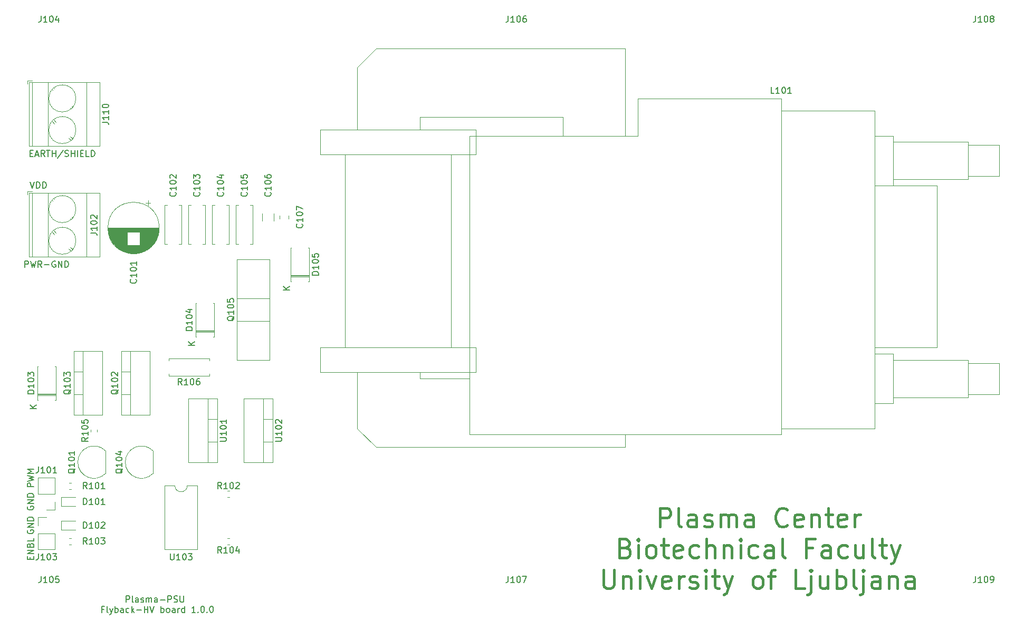
<source format=gbr>
G04 #@! TF.GenerationSoftware,KiCad,Pcbnew,(5.1.2)-1*
G04 #@! TF.CreationDate,2020-04-13T00:24:57+02:00*
G04 #@! TF.ProjectId,Plasma-PSU_PCB-B_Flyback-HV,506c6173-6d61-42d5-9053-555f5043422d,0.0.1*
G04 #@! TF.SameCoordinates,Original*
G04 #@! TF.FileFunction,Legend,Top*
G04 #@! TF.FilePolarity,Positive*
%FSLAX46Y46*%
G04 Gerber Fmt 4.6, Leading zero omitted, Abs format (unit mm)*
G04 Created by KiCad (PCBNEW (5.1.2)-1) date 2020-04-13 00:24:57*
%MOMM*%
%LPD*%
G04 APERTURE LIST*
%ADD10C,0.150000*%
%ADD11C,0.450000*%
%ADD12C,0.120000*%
G04 APERTURE END LIST*
D10*
X67390000Y-144407380D02*
X67390000Y-143407380D01*
X67770952Y-143407380D01*
X67866190Y-143455000D01*
X67913809Y-143502619D01*
X67961428Y-143597857D01*
X67961428Y-143740714D01*
X67913809Y-143835952D01*
X67866190Y-143883571D01*
X67770952Y-143931190D01*
X67390000Y-143931190D01*
X68532857Y-144407380D02*
X68437619Y-144359761D01*
X68390000Y-144264523D01*
X68390000Y-143407380D01*
X69342380Y-144407380D02*
X69342380Y-143883571D01*
X69294761Y-143788333D01*
X69199523Y-143740714D01*
X69009047Y-143740714D01*
X68913809Y-143788333D01*
X69342380Y-144359761D02*
X69247142Y-144407380D01*
X69009047Y-144407380D01*
X68913809Y-144359761D01*
X68866190Y-144264523D01*
X68866190Y-144169285D01*
X68913809Y-144074047D01*
X69009047Y-144026428D01*
X69247142Y-144026428D01*
X69342380Y-143978809D01*
X69770952Y-144359761D02*
X69866190Y-144407380D01*
X70056666Y-144407380D01*
X70151904Y-144359761D01*
X70199523Y-144264523D01*
X70199523Y-144216904D01*
X70151904Y-144121666D01*
X70056666Y-144074047D01*
X69913809Y-144074047D01*
X69818571Y-144026428D01*
X69770952Y-143931190D01*
X69770952Y-143883571D01*
X69818571Y-143788333D01*
X69913809Y-143740714D01*
X70056666Y-143740714D01*
X70151904Y-143788333D01*
X70628095Y-144407380D02*
X70628095Y-143740714D01*
X70628095Y-143835952D02*
X70675714Y-143788333D01*
X70770952Y-143740714D01*
X70913809Y-143740714D01*
X71009047Y-143788333D01*
X71056666Y-143883571D01*
X71056666Y-144407380D01*
X71056666Y-143883571D02*
X71104285Y-143788333D01*
X71199523Y-143740714D01*
X71342380Y-143740714D01*
X71437619Y-143788333D01*
X71485238Y-143883571D01*
X71485238Y-144407380D01*
X72390000Y-144407380D02*
X72390000Y-143883571D01*
X72342380Y-143788333D01*
X72247142Y-143740714D01*
X72056666Y-143740714D01*
X71961428Y-143788333D01*
X72390000Y-144359761D02*
X72294761Y-144407380D01*
X72056666Y-144407380D01*
X71961428Y-144359761D01*
X71913809Y-144264523D01*
X71913809Y-144169285D01*
X71961428Y-144074047D01*
X72056666Y-144026428D01*
X72294761Y-144026428D01*
X72390000Y-143978809D01*
X72866190Y-144026428D02*
X73628095Y-144026428D01*
X74104285Y-144407380D02*
X74104285Y-143407380D01*
X74485238Y-143407380D01*
X74580476Y-143455000D01*
X74628095Y-143502619D01*
X74675714Y-143597857D01*
X74675714Y-143740714D01*
X74628095Y-143835952D01*
X74580476Y-143883571D01*
X74485238Y-143931190D01*
X74104285Y-143931190D01*
X75056666Y-144359761D02*
X75199523Y-144407380D01*
X75437619Y-144407380D01*
X75532857Y-144359761D01*
X75580476Y-144312142D01*
X75628095Y-144216904D01*
X75628095Y-144121666D01*
X75580476Y-144026428D01*
X75532857Y-143978809D01*
X75437619Y-143931190D01*
X75247142Y-143883571D01*
X75151904Y-143835952D01*
X75104285Y-143788333D01*
X75056666Y-143693095D01*
X75056666Y-143597857D01*
X75104285Y-143502619D01*
X75151904Y-143455000D01*
X75247142Y-143407380D01*
X75485238Y-143407380D01*
X75628095Y-143455000D01*
X76056666Y-143407380D02*
X76056666Y-144216904D01*
X76104285Y-144312142D01*
X76151904Y-144359761D01*
X76247142Y-144407380D01*
X76437619Y-144407380D01*
X76532857Y-144359761D01*
X76580476Y-144312142D01*
X76628095Y-144216904D01*
X76628095Y-143407380D01*
X63794761Y-145533571D02*
X63461428Y-145533571D01*
X63461428Y-146057380D02*
X63461428Y-145057380D01*
X63937619Y-145057380D01*
X64461428Y-146057380D02*
X64366190Y-146009761D01*
X64318571Y-145914523D01*
X64318571Y-145057380D01*
X64747142Y-145390714D02*
X64985238Y-146057380D01*
X65223333Y-145390714D02*
X64985238Y-146057380D01*
X64890000Y-146295476D01*
X64842380Y-146343095D01*
X64747142Y-146390714D01*
X65604285Y-146057380D02*
X65604285Y-145057380D01*
X65604285Y-145438333D02*
X65699523Y-145390714D01*
X65890000Y-145390714D01*
X65985238Y-145438333D01*
X66032857Y-145485952D01*
X66080476Y-145581190D01*
X66080476Y-145866904D01*
X66032857Y-145962142D01*
X65985238Y-146009761D01*
X65890000Y-146057380D01*
X65699523Y-146057380D01*
X65604285Y-146009761D01*
X66937619Y-146057380D02*
X66937619Y-145533571D01*
X66890000Y-145438333D01*
X66794761Y-145390714D01*
X66604285Y-145390714D01*
X66509047Y-145438333D01*
X66937619Y-146009761D02*
X66842380Y-146057380D01*
X66604285Y-146057380D01*
X66509047Y-146009761D01*
X66461428Y-145914523D01*
X66461428Y-145819285D01*
X66509047Y-145724047D01*
X66604285Y-145676428D01*
X66842380Y-145676428D01*
X66937619Y-145628809D01*
X67842380Y-146009761D02*
X67747142Y-146057380D01*
X67556666Y-146057380D01*
X67461428Y-146009761D01*
X67413809Y-145962142D01*
X67366190Y-145866904D01*
X67366190Y-145581190D01*
X67413809Y-145485952D01*
X67461428Y-145438333D01*
X67556666Y-145390714D01*
X67747142Y-145390714D01*
X67842380Y-145438333D01*
X68270952Y-146057380D02*
X68270952Y-145057380D01*
X68366190Y-145676428D02*
X68651904Y-146057380D01*
X68651904Y-145390714D02*
X68270952Y-145771666D01*
X69080476Y-145676428D02*
X69842380Y-145676428D01*
X70318571Y-146057380D02*
X70318571Y-145057380D01*
X70318571Y-145533571D02*
X70890000Y-145533571D01*
X70890000Y-146057380D02*
X70890000Y-145057380D01*
X71223333Y-145057380D02*
X71556666Y-146057380D01*
X71890000Y-145057380D01*
X72985238Y-146057380D02*
X72985238Y-145057380D01*
X72985238Y-145438333D02*
X73080476Y-145390714D01*
X73270952Y-145390714D01*
X73366190Y-145438333D01*
X73413809Y-145485952D01*
X73461428Y-145581190D01*
X73461428Y-145866904D01*
X73413809Y-145962142D01*
X73366190Y-146009761D01*
X73270952Y-146057380D01*
X73080476Y-146057380D01*
X72985238Y-146009761D01*
X74032857Y-146057380D02*
X73937619Y-146009761D01*
X73890000Y-145962142D01*
X73842380Y-145866904D01*
X73842380Y-145581190D01*
X73890000Y-145485952D01*
X73937619Y-145438333D01*
X74032857Y-145390714D01*
X74175714Y-145390714D01*
X74270952Y-145438333D01*
X74318571Y-145485952D01*
X74366190Y-145581190D01*
X74366190Y-145866904D01*
X74318571Y-145962142D01*
X74270952Y-146009761D01*
X74175714Y-146057380D01*
X74032857Y-146057380D01*
X75223333Y-146057380D02*
X75223333Y-145533571D01*
X75175714Y-145438333D01*
X75080476Y-145390714D01*
X74890000Y-145390714D01*
X74794761Y-145438333D01*
X75223333Y-146009761D02*
X75128095Y-146057380D01*
X74890000Y-146057380D01*
X74794761Y-146009761D01*
X74747142Y-145914523D01*
X74747142Y-145819285D01*
X74794761Y-145724047D01*
X74890000Y-145676428D01*
X75128095Y-145676428D01*
X75223333Y-145628809D01*
X75699523Y-146057380D02*
X75699523Y-145390714D01*
X75699523Y-145581190D02*
X75747142Y-145485952D01*
X75794761Y-145438333D01*
X75890000Y-145390714D01*
X75985238Y-145390714D01*
X76747142Y-146057380D02*
X76747142Y-145057380D01*
X76747142Y-146009761D02*
X76651904Y-146057380D01*
X76461428Y-146057380D01*
X76366190Y-146009761D01*
X76318571Y-145962142D01*
X76270952Y-145866904D01*
X76270952Y-145581190D01*
X76318571Y-145485952D01*
X76366190Y-145438333D01*
X76461428Y-145390714D01*
X76651904Y-145390714D01*
X76747142Y-145438333D01*
X78509047Y-146057380D02*
X77937619Y-146057380D01*
X78223333Y-146057380D02*
X78223333Y-145057380D01*
X78128095Y-145200238D01*
X78032857Y-145295476D01*
X77937619Y-145343095D01*
X78937619Y-145962142D02*
X78985238Y-146009761D01*
X78937619Y-146057380D01*
X78890000Y-146009761D01*
X78937619Y-145962142D01*
X78937619Y-146057380D01*
X79604285Y-145057380D02*
X79699523Y-145057380D01*
X79794761Y-145105000D01*
X79842380Y-145152619D01*
X79890000Y-145247857D01*
X79937619Y-145438333D01*
X79937619Y-145676428D01*
X79890000Y-145866904D01*
X79842380Y-145962142D01*
X79794761Y-146009761D01*
X79699523Y-146057380D01*
X79604285Y-146057380D01*
X79509047Y-146009761D01*
X79461428Y-145962142D01*
X79413809Y-145866904D01*
X79366190Y-145676428D01*
X79366190Y-145438333D01*
X79413809Y-145247857D01*
X79461428Y-145152619D01*
X79509047Y-145105000D01*
X79604285Y-145057380D01*
X80366190Y-145962142D02*
X80413809Y-146009761D01*
X80366190Y-146057380D01*
X80318571Y-146009761D01*
X80366190Y-145962142D01*
X80366190Y-146057380D01*
X81032857Y-145057380D02*
X81128095Y-145057380D01*
X81223333Y-145105000D01*
X81270952Y-145152619D01*
X81318571Y-145247857D01*
X81366190Y-145438333D01*
X81366190Y-145676428D01*
X81318571Y-145866904D01*
X81270952Y-145962142D01*
X81223333Y-146009761D01*
X81128095Y-146057380D01*
X81032857Y-146057380D01*
X80937619Y-146009761D01*
X80890000Y-145962142D01*
X80842380Y-145866904D01*
X80794761Y-145676428D01*
X80794761Y-145438333D01*
X80842380Y-145247857D01*
X80890000Y-145152619D01*
X80937619Y-145105000D01*
X81032857Y-145057380D01*
D11*
X153052857Y-132297142D02*
X153052857Y-129297142D01*
X154195714Y-129297142D01*
X154481428Y-129440000D01*
X154624285Y-129582857D01*
X154767142Y-129868571D01*
X154767142Y-130297142D01*
X154624285Y-130582857D01*
X154481428Y-130725714D01*
X154195714Y-130868571D01*
X153052857Y-130868571D01*
X156481428Y-132297142D02*
X156195714Y-132154285D01*
X156052857Y-131868571D01*
X156052857Y-129297142D01*
X158910000Y-132297142D02*
X158910000Y-130725714D01*
X158767142Y-130440000D01*
X158481428Y-130297142D01*
X157910000Y-130297142D01*
X157624285Y-130440000D01*
X158910000Y-132154285D02*
X158624285Y-132297142D01*
X157910000Y-132297142D01*
X157624285Y-132154285D01*
X157481428Y-131868571D01*
X157481428Y-131582857D01*
X157624285Y-131297142D01*
X157910000Y-131154285D01*
X158624285Y-131154285D01*
X158910000Y-131011428D01*
X160195714Y-132154285D02*
X160481428Y-132297142D01*
X161052857Y-132297142D01*
X161338571Y-132154285D01*
X161481428Y-131868571D01*
X161481428Y-131725714D01*
X161338571Y-131440000D01*
X161052857Y-131297142D01*
X160624285Y-131297142D01*
X160338571Y-131154285D01*
X160195714Y-130868571D01*
X160195714Y-130725714D01*
X160338571Y-130440000D01*
X160624285Y-130297142D01*
X161052857Y-130297142D01*
X161338571Y-130440000D01*
X162767142Y-132297142D02*
X162767142Y-130297142D01*
X162767142Y-130582857D02*
X162910000Y-130440000D01*
X163195714Y-130297142D01*
X163624285Y-130297142D01*
X163910000Y-130440000D01*
X164052857Y-130725714D01*
X164052857Y-132297142D01*
X164052857Y-130725714D02*
X164195714Y-130440000D01*
X164481428Y-130297142D01*
X164910000Y-130297142D01*
X165195714Y-130440000D01*
X165338571Y-130725714D01*
X165338571Y-132297142D01*
X168052857Y-132297142D02*
X168052857Y-130725714D01*
X167910000Y-130440000D01*
X167624285Y-130297142D01*
X167052857Y-130297142D01*
X166767142Y-130440000D01*
X168052857Y-132154285D02*
X167767142Y-132297142D01*
X167052857Y-132297142D01*
X166767142Y-132154285D01*
X166624285Y-131868571D01*
X166624285Y-131582857D01*
X166767142Y-131297142D01*
X167052857Y-131154285D01*
X167767142Y-131154285D01*
X168052857Y-131011428D01*
X173481428Y-132011428D02*
X173338571Y-132154285D01*
X172910000Y-132297142D01*
X172624285Y-132297142D01*
X172195714Y-132154285D01*
X171910000Y-131868571D01*
X171767142Y-131582857D01*
X171624285Y-131011428D01*
X171624285Y-130582857D01*
X171767142Y-130011428D01*
X171910000Y-129725714D01*
X172195714Y-129440000D01*
X172624285Y-129297142D01*
X172910000Y-129297142D01*
X173338571Y-129440000D01*
X173481428Y-129582857D01*
X175910000Y-132154285D02*
X175624285Y-132297142D01*
X175052857Y-132297142D01*
X174767142Y-132154285D01*
X174624285Y-131868571D01*
X174624285Y-130725714D01*
X174767142Y-130440000D01*
X175052857Y-130297142D01*
X175624285Y-130297142D01*
X175910000Y-130440000D01*
X176052857Y-130725714D01*
X176052857Y-131011428D01*
X174624285Y-131297142D01*
X177338571Y-130297142D02*
X177338571Y-132297142D01*
X177338571Y-130582857D02*
X177481428Y-130440000D01*
X177767142Y-130297142D01*
X178195714Y-130297142D01*
X178481428Y-130440000D01*
X178624285Y-130725714D01*
X178624285Y-132297142D01*
X179624285Y-130297142D02*
X180767142Y-130297142D01*
X180052857Y-129297142D02*
X180052857Y-131868571D01*
X180195714Y-132154285D01*
X180481428Y-132297142D01*
X180767142Y-132297142D01*
X182910000Y-132154285D02*
X182624285Y-132297142D01*
X182052857Y-132297142D01*
X181767142Y-132154285D01*
X181624285Y-131868571D01*
X181624285Y-130725714D01*
X181767142Y-130440000D01*
X182052857Y-130297142D01*
X182624285Y-130297142D01*
X182910000Y-130440000D01*
X183052857Y-130725714D01*
X183052857Y-131011428D01*
X181624285Y-131297142D01*
X184338571Y-132297142D02*
X184338571Y-130297142D01*
X184338571Y-130868571D02*
X184481428Y-130582857D01*
X184624285Y-130440000D01*
X184910000Y-130297142D01*
X185195714Y-130297142D01*
X147552857Y-135675714D02*
X147981428Y-135818571D01*
X148124285Y-135961428D01*
X148267142Y-136247142D01*
X148267142Y-136675714D01*
X148124285Y-136961428D01*
X147981428Y-137104285D01*
X147695714Y-137247142D01*
X146552857Y-137247142D01*
X146552857Y-134247142D01*
X147552857Y-134247142D01*
X147838571Y-134390000D01*
X147981428Y-134532857D01*
X148124285Y-134818571D01*
X148124285Y-135104285D01*
X147981428Y-135390000D01*
X147838571Y-135532857D01*
X147552857Y-135675714D01*
X146552857Y-135675714D01*
X149552857Y-137247142D02*
X149552857Y-135247142D01*
X149552857Y-134247142D02*
X149410000Y-134390000D01*
X149552857Y-134532857D01*
X149695714Y-134390000D01*
X149552857Y-134247142D01*
X149552857Y-134532857D01*
X151410000Y-137247142D02*
X151124285Y-137104285D01*
X150981428Y-136961428D01*
X150838571Y-136675714D01*
X150838571Y-135818571D01*
X150981428Y-135532857D01*
X151124285Y-135390000D01*
X151410000Y-135247142D01*
X151838571Y-135247142D01*
X152124285Y-135390000D01*
X152267142Y-135532857D01*
X152410000Y-135818571D01*
X152410000Y-136675714D01*
X152267142Y-136961428D01*
X152124285Y-137104285D01*
X151838571Y-137247142D01*
X151410000Y-137247142D01*
X153267142Y-135247142D02*
X154410000Y-135247142D01*
X153695714Y-134247142D02*
X153695714Y-136818571D01*
X153838571Y-137104285D01*
X154124285Y-137247142D01*
X154410000Y-137247142D01*
X156552857Y-137104285D02*
X156267142Y-137247142D01*
X155695714Y-137247142D01*
X155410000Y-137104285D01*
X155267142Y-136818571D01*
X155267142Y-135675714D01*
X155410000Y-135390000D01*
X155695714Y-135247142D01*
X156267142Y-135247142D01*
X156552857Y-135390000D01*
X156695714Y-135675714D01*
X156695714Y-135961428D01*
X155267142Y-136247142D01*
X159267142Y-137104285D02*
X158981428Y-137247142D01*
X158410000Y-137247142D01*
X158124285Y-137104285D01*
X157981428Y-136961428D01*
X157838571Y-136675714D01*
X157838571Y-135818571D01*
X157981428Y-135532857D01*
X158124285Y-135390000D01*
X158410000Y-135247142D01*
X158981428Y-135247142D01*
X159267142Y-135390000D01*
X160552857Y-137247142D02*
X160552857Y-134247142D01*
X161838571Y-137247142D02*
X161838571Y-135675714D01*
X161695714Y-135390000D01*
X161410000Y-135247142D01*
X160981428Y-135247142D01*
X160695714Y-135390000D01*
X160552857Y-135532857D01*
X163267142Y-135247142D02*
X163267142Y-137247142D01*
X163267142Y-135532857D02*
X163410000Y-135390000D01*
X163695714Y-135247142D01*
X164124285Y-135247142D01*
X164410000Y-135390000D01*
X164552857Y-135675714D01*
X164552857Y-137247142D01*
X165981428Y-137247142D02*
X165981428Y-135247142D01*
X165981428Y-134247142D02*
X165838571Y-134390000D01*
X165981428Y-134532857D01*
X166124285Y-134390000D01*
X165981428Y-134247142D01*
X165981428Y-134532857D01*
X168695714Y-137104285D02*
X168410000Y-137247142D01*
X167838571Y-137247142D01*
X167552857Y-137104285D01*
X167410000Y-136961428D01*
X167267142Y-136675714D01*
X167267142Y-135818571D01*
X167410000Y-135532857D01*
X167552857Y-135390000D01*
X167838571Y-135247142D01*
X168410000Y-135247142D01*
X168695714Y-135390000D01*
X171267142Y-137247142D02*
X171267142Y-135675714D01*
X171124285Y-135390000D01*
X170838571Y-135247142D01*
X170267142Y-135247142D01*
X169981428Y-135390000D01*
X171267142Y-137104285D02*
X170981428Y-137247142D01*
X170267142Y-137247142D01*
X169981428Y-137104285D01*
X169838571Y-136818571D01*
X169838571Y-136532857D01*
X169981428Y-136247142D01*
X170267142Y-136104285D01*
X170981428Y-136104285D01*
X171267142Y-135961428D01*
X173124285Y-137247142D02*
X172838571Y-137104285D01*
X172695714Y-136818571D01*
X172695714Y-134247142D01*
X177552857Y-135675714D02*
X176552857Y-135675714D01*
X176552857Y-137247142D02*
X176552857Y-134247142D01*
X177981428Y-134247142D01*
X180410000Y-137247142D02*
X180410000Y-135675714D01*
X180267142Y-135390000D01*
X179981428Y-135247142D01*
X179410000Y-135247142D01*
X179124285Y-135390000D01*
X180410000Y-137104285D02*
X180124285Y-137247142D01*
X179410000Y-137247142D01*
X179124285Y-137104285D01*
X178981428Y-136818571D01*
X178981428Y-136532857D01*
X179124285Y-136247142D01*
X179410000Y-136104285D01*
X180124285Y-136104285D01*
X180410000Y-135961428D01*
X183124285Y-137104285D02*
X182838571Y-137247142D01*
X182267142Y-137247142D01*
X181981428Y-137104285D01*
X181838571Y-136961428D01*
X181695714Y-136675714D01*
X181695714Y-135818571D01*
X181838571Y-135532857D01*
X181981428Y-135390000D01*
X182267142Y-135247142D01*
X182838571Y-135247142D01*
X183124285Y-135390000D01*
X185695714Y-135247142D02*
X185695714Y-137247142D01*
X184410000Y-135247142D02*
X184410000Y-136818571D01*
X184552857Y-137104285D01*
X184838571Y-137247142D01*
X185267142Y-137247142D01*
X185552857Y-137104285D01*
X185695714Y-136961428D01*
X187552857Y-137247142D02*
X187267142Y-137104285D01*
X187124285Y-136818571D01*
X187124285Y-134247142D01*
X188267142Y-135247142D02*
X189410000Y-135247142D01*
X188695714Y-134247142D02*
X188695714Y-136818571D01*
X188838571Y-137104285D01*
X189124285Y-137247142D01*
X189410000Y-137247142D01*
X190124285Y-135247142D02*
X190838571Y-137247142D01*
X191552857Y-135247142D02*
X190838571Y-137247142D01*
X190552857Y-137961428D01*
X190410000Y-138104285D01*
X190124285Y-138247142D01*
X143981428Y-139197142D02*
X143981428Y-141625714D01*
X144124285Y-141911428D01*
X144267142Y-142054285D01*
X144552857Y-142197142D01*
X145124285Y-142197142D01*
X145410000Y-142054285D01*
X145552857Y-141911428D01*
X145695714Y-141625714D01*
X145695714Y-139197142D01*
X147124285Y-140197142D02*
X147124285Y-142197142D01*
X147124285Y-140482857D02*
X147267142Y-140340000D01*
X147552857Y-140197142D01*
X147981428Y-140197142D01*
X148267142Y-140340000D01*
X148410000Y-140625714D01*
X148410000Y-142197142D01*
X149838571Y-142197142D02*
X149838571Y-140197142D01*
X149838571Y-139197142D02*
X149695714Y-139340000D01*
X149838571Y-139482857D01*
X149981428Y-139340000D01*
X149838571Y-139197142D01*
X149838571Y-139482857D01*
X150981428Y-140197142D02*
X151695714Y-142197142D01*
X152410000Y-140197142D01*
X154695714Y-142054285D02*
X154410000Y-142197142D01*
X153838571Y-142197142D01*
X153552857Y-142054285D01*
X153410000Y-141768571D01*
X153410000Y-140625714D01*
X153552857Y-140340000D01*
X153838571Y-140197142D01*
X154410000Y-140197142D01*
X154695714Y-140340000D01*
X154838571Y-140625714D01*
X154838571Y-140911428D01*
X153410000Y-141197142D01*
X156124285Y-142197142D02*
X156124285Y-140197142D01*
X156124285Y-140768571D02*
X156267142Y-140482857D01*
X156410000Y-140340000D01*
X156695714Y-140197142D01*
X156981428Y-140197142D01*
X157838571Y-142054285D02*
X158124285Y-142197142D01*
X158695714Y-142197142D01*
X158981428Y-142054285D01*
X159124285Y-141768571D01*
X159124285Y-141625714D01*
X158981428Y-141340000D01*
X158695714Y-141197142D01*
X158267142Y-141197142D01*
X157981428Y-141054285D01*
X157838571Y-140768571D01*
X157838571Y-140625714D01*
X157981428Y-140340000D01*
X158267142Y-140197142D01*
X158695714Y-140197142D01*
X158981428Y-140340000D01*
X160410000Y-142197142D02*
X160410000Y-140197142D01*
X160410000Y-139197142D02*
X160267142Y-139340000D01*
X160410000Y-139482857D01*
X160552857Y-139340000D01*
X160410000Y-139197142D01*
X160410000Y-139482857D01*
X161410000Y-140197142D02*
X162552857Y-140197142D01*
X161838571Y-139197142D02*
X161838571Y-141768571D01*
X161981428Y-142054285D01*
X162267142Y-142197142D01*
X162552857Y-142197142D01*
X163267142Y-140197142D02*
X163981428Y-142197142D01*
X164695714Y-140197142D02*
X163981428Y-142197142D01*
X163695714Y-142911428D01*
X163552857Y-143054285D01*
X163267142Y-143197142D01*
X168552857Y-142197142D02*
X168267142Y-142054285D01*
X168124285Y-141911428D01*
X167981428Y-141625714D01*
X167981428Y-140768571D01*
X168124285Y-140482857D01*
X168267142Y-140340000D01*
X168552857Y-140197142D01*
X168981428Y-140197142D01*
X169267142Y-140340000D01*
X169410000Y-140482857D01*
X169552857Y-140768571D01*
X169552857Y-141625714D01*
X169410000Y-141911428D01*
X169267142Y-142054285D01*
X168981428Y-142197142D01*
X168552857Y-142197142D01*
X170410000Y-140197142D02*
X171552857Y-140197142D01*
X170838571Y-142197142D02*
X170838571Y-139625714D01*
X170981428Y-139340000D01*
X171267142Y-139197142D01*
X171552857Y-139197142D01*
X176267142Y-142197142D02*
X174838571Y-142197142D01*
X174838571Y-139197142D01*
X177267142Y-140197142D02*
X177267142Y-142768571D01*
X177124285Y-143054285D01*
X176838571Y-143197142D01*
X176695714Y-143197142D01*
X177267142Y-139197142D02*
X177124285Y-139340000D01*
X177267142Y-139482857D01*
X177410000Y-139340000D01*
X177267142Y-139197142D01*
X177267142Y-139482857D01*
X179981428Y-140197142D02*
X179981428Y-142197142D01*
X178695714Y-140197142D02*
X178695714Y-141768571D01*
X178838571Y-142054285D01*
X179124285Y-142197142D01*
X179552857Y-142197142D01*
X179838571Y-142054285D01*
X179981428Y-141911428D01*
X181410000Y-142197142D02*
X181410000Y-139197142D01*
X181410000Y-140340000D02*
X181695714Y-140197142D01*
X182267142Y-140197142D01*
X182552857Y-140340000D01*
X182695714Y-140482857D01*
X182838571Y-140768571D01*
X182838571Y-141625714D01*
X182695714Y-141911428D01*
X182552857Y-142054285D01*
X182267142Y-142197142D01*
X181695714Y-142197142D01*
X181410000Y-142054285D01*
X184552857Y-142197142D02*
X184267142Y-142054285D01*
X184124285Y-141768571D01*
X184124285Y-139197142D01*
X185695714Y-140197142D02*
X185695714Y-142768571D01*
X185552857Y-143054285D01*
X185267142Y-143197142D01*
X185124285Y-143197142D01*
X185695714Y-139197142D02*
X185552857Y-139340000D01*
X185695714Y-139482857D01*
X185838571Y-139340000D01*
X185695714Y-139197142D01*
X185695714Y-139482857D01*
X188410000Y-142197142D02*
X188410000Y-140625714D01*
X188267142Y-140340000D01*
X187981428Y-140197142D01*
X187410000Y-140197142D01*
X187124285Y-140340000D01*
X188410000Y-142054285D02*
X188124285Y-142197142D01*
X187410000Y-142197142D01*
X187124285Y-142054285D01*
X186981428Y-141768571D01*
X186981428Y-141482857D01*
X187124285Y-141197142D01*
X187410000Y-141054285D01*
X188124285Y-141054285D01*
X188410000Y-140911428D01*
X189838571Y-140197142D02*
X189838571Y-142197142D01*
X189838571Y-140482857D02*
X189981428Y-140340000D01*
X190267142Y-140197142D01*
X190695714Y-140197142D01*
X190981428Y-140340000D01*
X191124285Y-140625714D01*
X191124285Y-142197142D01*
X193838571Y-142197142D02*
X193838571Y-140625714D01*
X193695714Y-140340000D01*
X193410000Y-140197142D01*
X192838571Y-140197142D01*
X192552857Y-140340000D01*
X193838571Y-142054285D02*
X193552857Y-142197142D01*
X192838571Y-142197142D01*
X192552857Y-142054285D01*
X192410000Y-141768571D01*
X192410000Y-141482857D01*
X192552857Y-141197142D01*
X192838571Y-141054285D01*
X193552857Y-141054285D01*
X193838571Y-140911428D01*
D10*
X51983333Y-72318571D02*
X52316666Y-72318571D01*
X52459523Y-72842380D02*
X51983333Y-72842380D01*
X51983333Y-71842380D01*
X52459523Y-71842380D01*
X52840476Y-72556666D02*
X53316666Y-72556666D01*
X52745238Y-72842380D02*
X53078571Y-71842380D01*
X53411904Y-72842380D01*
X54316666Y-72842380D02*
X53983333Y-72366190D01*
X53745238Y-72842380D02*
X53745238Y-71842380D01*
X54126190Y-71842380D01*
X54221428Y-71890000D01*
X54269047Y-71937619D01*
X54316666Y-72032857D01*
X54316666Y-72175714D01*
X54269047Y-72270952D01*
X54221428Y-72318571D01*
X54126190Y-72366190D01*
X53745238Y-72366190D01*
X54602380Y-71842380D02*
X55173809Y-71842380D01*
X54888095Y-72842380D02*
X54888095Y-71842380D01*
X55507142Y-72842380D02*
X55507142Y-71842380D01*
X55507142Y-72318571D02*
X56078571Y-72318571D01*
X56078571Y-72842380D02*
X56078571Y-71842380D01*
X57269047Y-71794761D02*
X56411904Y-73080476D01*
X57554761Y-72794761D02*
X57697619Y-72842380D01*
X57935714Y-72842380D01*
X58030952Y-72794761D01*
X58078571Y-72747142D01*
X58126190Y-72651904D01*
X58126190Y-72556666D01*
X58078571Y-72461428D01*
X58030952Y-72413809D01*
X57935714Y-72366190D01*
X57745238Y-72318571D01*
X57650000Y-72270952D01*
X57602380Y-72223333D01*
X57554761Y-72128095D01*
X57554761Y-72032857D01*
X57602380Y-71937619D01*
X57650000Y-71890000D01*
X57745238Y-71842380D01*
X57983333Y-71842380D01*
X58126190Y-71890000D01*
X58554761Y-72842380D02*
X58554761Y-71842380D01*
X58554761Y-72318571D02*
X59126190Y-72318571D01*
X59126190Y-72842380D02*
X59126190Y-71842380D01*
X59602380Y-72842380D02*
X59602380Y-71842380D01*
X60078571Y-72318571D02*
X60411904Y-72318571D01*
X60554761Y-72842380D02*
X60078571Y-72842380D01*
X60078571Y-71842380D01*
X60554761Y-71842380D01*
X61459523Y-72842380D02*
X60983333Y-72842380D01*
X60983333Y-71842380D01*
X61792857Y-72842380D02*
X61792857Y-71842380D01*
X62030952Y-71842380D01*
X62173809Y-71890000D01*
X62269047Y-71985238D01*
X62316666Y-72080476D01*
X62364285Y-72270952D01*
X62364285Y-72413809D01*
X62316666Y-72604285D01*
X62269047Y-72699523D01*
X62173809Y-72794761D01*
X62030952Y-72842380D01*
X61792857Y-72842380D01*
X51570000Y-132841904D02*
X51522380Y-132937142D01*
X51522380Y-133080000D01*
X51570000Y-133222857D01*
X51665238Y-133318095D01*
X51760476Y-133365714D01*
X51950952Y-133413333D01*
X52093809Y-133413333D01*
X52284285Y-133365714D01*
X52379523Y-133318095D01*
X52474761Y-133222857D01*
X52522380Y-133080000D01*
X52522380Y-132984761D01*
X52474761Y-132841904D01*
X52427142Y-132794285D01*
X52093809Y-132794285D01*
X52093809Y-132984761D01*
X52522380Y-132365714D02*
X51522380Y-132365714D01*
X52522380Y-131794285D01*
X51522380Y-131794285D01*
X52522380Y-131318095D02*
X51522380Y-131318095D01*
X51522380Y-131080000D01*
X51570000Y-130937142D01*
X51665238Y-130841904D01*
X51760476Y-130794285D01*
X51950952Y-130746666D01*
X52093809Y-130746666D01*
X52284285Y-130794285D01*
X52379523Y-130841904D01*
X52474761Y-130937142D01*
X52522380Y-131080000D01*
X52522380Y-131318095D01*
X51998571Y-137532857D02*
X51998571Y-137199523D01*
X52522380Y-137056666D02*
X52522380Y-137532857D01*
X51522380Y-137532857D01*
X51522380Y-137056666D01*
X52522380Y-136628095D02*
X51522380Y-136628095D01*
X52522380Y-136056666D01*
X51522380Y-136056666D01*
X51998571Y-135247142D02*
X52046190Y-135104285D01*
X52093809Y-135056666D01*
X52189047Y-135009047D01*
X52331904Y-135009047D01*
X52427142Y-135056666D01*
X52474761Y-135104285D01*
X52522380Y-135199523D01*
X52522380Y-135580476D01*
X51522380Y-135580476D01*
X51522380Y-135247142D01*
X51570000Y-135151904D01*
X51617619Y-135104285D01*
X51712857Y-135056666D01*
X51808095Y-135056666D01*
X51903333Y-135104285D01*
X51950952Y-135151904D01*
X51998571Y-135247142D01*
X51998571Y-135580476D01*
X52522380Y-134104285D02*
X52522380Y-134580476D01*
X51522380Y-134580476D01*
X51570000Y-129031904D02*
X51522380Y-129127142D01*
X51522380Y-129270000D01*
X51570000Y-129412857D01*
X51665238Y-129508095D01*
X51760476Y-129555714D01*
X51950952Y-129603333D01*
X52093809Y-129603333D01*
X52284285Y-129555714D01*
X52379523Y-129508095D01*
X52474761Y-129412857D01*
X52522380Y-129270000D01*
X52522380Y-129174761D01*
X52474761Y-129031904D01*
X52427142Y-128984285D01*
X52093809Y-128984285D01*
X52093809Y-129174761D01*
X52522380Y-128555714D02*
X51522380Y-128555714D01*
X52522380Y-127984285D01*
X51522380Y-127984285D01*
X52522380Y-127508095D02*
X51522380Y-127508095D01*
X51522380Y-127270000D01*
X51570000Y-127127142D01*
X51665238Y-127031904D01*
X51760476Y-126984285D01*
X51950952Y-126936666D01*
X52093809Y-126936666D01*
X52284285Y-126984285D01*
X52379523Y-127031904D01*
X52474761Y-127127142D01*
X52522380Y-127270000D01*
X52522380Y-127508095D01*
X52522380Y-125864761D02*
X51522380Y-125864761D01*
X51522380Y-125483809D01*
X51570000Y-125388571D01*
X51617619Y-125340952D01*
X51712857Y-125293333D01*
X51855714Y-125293333D01*
X51950952Y-125340952D01*
X51998571Y-125388571D01*
X52046190Y-125483809D01*
X52046190Y-125864761D01*
X51522380Y-124960000D02*
X52522380Y-124721904D01*
X51808095Y-124531428D01*
X52522380Y-124340952D01*
X51522380Y-124102857D01*
X52522380Y-123721904D02*
X51522380Y-123721904D01*
X52236666Y-123388571D01*
X51522380Y-123055238D01*
X52522380Y-123055238D01*
X51133809Y-90622380D02*
X51133809Y-89622380D01*
X51514761Y-89622380D01*
X51610000Y-89670000D01*
X51657619Y-89717619D01*
X51705238Y-89812857D01*
X51705238Y-89955714D01*
X51657619Y-90050952D01*
X51610000Y-90098571D01*
X51514761Y-90146190D01*
X51133809Y-90146190D01*
X52038571Y-89622380D02*
X52276666Y-90622380D01*
X52467142Y-89908095D01*
X52657619Y-90622380D01*
X52895714Y-89622380D01*
X53848095Y-90622380D02*
X53514761Y-90146190D01*
X53276666Y-90622380D02*
X53276666Y-89622380D01*
X53657619Y-89622380D01*
X53752857Y-89670000D01*
X53800476Y-89717619D01*
X53848095Y-89812857D01*
X53848095Y-89955714D01*
X53800476Y-90050952D01*
X53752857Y-90098571D01*
X53657619Y-90146190D01*
X53276666Y-90146190D01*
X54276666Y-90241428D02*
X55038571Y-90241428D01*
X56038571Y-89670000D02*
X55943333Y-89622380D01*
X55800476Y-89622380D01*
X55657619Y-89670000D01*
X55562380Y-89765238D01*
X55514761Y-89860476D01*
X55467142Y-90050952D01*
X55467142Y-90193809D01*
X55514761Y-90384285D01*
X55562380Y-90479523D01*
X55657619Y-90574761D01*
X55800476Y-90622380D01*
X55895714Y-90622380D01*
X56038571Y-90574761D01*
X56086190Y-90527142D01*
X56086190Y-90193809D01*
X55895714Y-90193809D01*
X56514761Y-90622380D02*
X56514761Y-89622380D01*
X57086190Y-90622380D01*
X57086190Y-89622380D01*
X57562380Y-90622380D02*
X57562380Y-89622380D01*
X57800476Y-89622380D01*
X57943333Y-89670000D01*
X58038571Y-89765238D01*
X58086190Y-89860476D01*
X58133809Y-90050952D01*
X58133809Y-90193809D01*
X58086190Y-90384285D01*
X58038571Y-90479523D01*
X57943333Y-90574761D01*
X57800476Y-90622380D01*
X57562380Y-90622380D01*
X52006666Y-76922380D02*
X52340000Y-77922380D01*
X52673333Y-76922380D01*
X53006666Y-77922380D02*
X53006666Y-76922380D01*
X53244761Y-76922380D01*
X53387619Y-76970000D01*
X53482857Y-77065238D01*
X53530476Y-77160476D01*
X53578095Y-77350952D01*
X53578095Y-77493809D01*
X53530476Y-77684285D01*
X53482857Y-77779523D01*
X53387619Y-77874761D01*
X53244761Y-77922380D01*
X53006666Y-77922380D01*
X54006666Y-77922380D02*
X54006666Y-76922380D01*
X54244761Y-76922380D01*
X54387619Y-76970000D01*
X54482857Y-77065238D01*
X54530476Y-77160476D01*
X54578095Y-77350952D01*
X54578095Y-77493809D01*
X54530476Y-77684285D01*
X54482857Y-77779523D01*
X54387619Y-77874761D01*
X54244761Y-77922380D01*
X54006666Y-77922380D01*
D12*
X71700000Y-123720000D02*
X71700000Y-120120000D01*
X71688478Y-123758478D02*
G75*
G02X67250000Y-121920000I-1838478J1838478D01*
G01*
X71688478Y-120081522D02*
G75*
G03X67250000Y-121920000I-1838478J-1838478D01*
G01*
X64068478Y-120081522D02*
G75*
G03X59630000Y-121920000I-1838478J-1838478D01*
G01*
X64068478Y-123758478D02*
G75*
G02X59630000Y-121920000I-1838478J1838478D01*
G01*
X64080000Y-123720000D02*
X64080000Y-120120000D01*
X72700000Y-84300000D02*
G75*
G03X72700000Y-84300000I-4120000J0D01*
G01*
X72660000Y-84300000D02*
X64500000Y-84300000D01*
X72660000Y-84340000D02*
X64500000Y-84340000D01*
X72660000Y-84380000D02*
X64500000Y-84380000D01*
X72659000Y-84420000D02*
X64501000Y-84420000D01*
X72657000Y-84460000D02*
X64503000Y-84460000D01*
X72656000Y-84500000D02*
X64504000Y-84500000D01*
X72654000Y-84540000D02*
X64506000Y-84540000D01*
X72651000Y-84580000D02*
X64509000Y-84580000D01*
X72648000Y-84620000D02*
X64512000Y-84620000D01*
X72645000Y-84660000D02*
X64515000Y-84660000D01*
X72641000Y-84700000D02*
X64519000Y-84700000D01*
X72637000Y-84740000D02*
X64523000Y-84740000D01*
X72632000Y-84780000D02*
X64528000Y-84780000D01*
X72628000Y-84820000D02*
X64532000Y-84820000D01*
X72622000Y-84860000D02*
X64538000Y-84860000D01*
X72617000Y-84900000D02*
X64543000Y-84900000D01*
X72610000Y-84940000D02*
X64550000Y-84940000D01*
X72604000Y-84980000D02*
X64556000Y-84980000D01*
X72597000Y-85021000D02*
X69620000Y-85021000D01*
X67540000Y-85021000D02*
X64563000Y-85021000D01*
X72590000Y-85061000D02*
X69620000Y-85061000D01*
X67540000Y-85061000D02*
X64570000Y-85061000D01*
X72582000Y-85101000D02*
X69620000Y-85101000D01*
X67540000Y-85101000D02*
X64578000Y-85101000D01*
X72574000Y-85141000D02*
X69620000Y-85141000D01*
X67540000Y-85141000D02*
X64586000Y-85141000D01*
X72565000Y-85181000D02*
X69620000Y-85181000D01*
X67540000Y-85181000D02*
X64595000Y-85181000D01*
X72556000Y-85221000D02*
X69620000Y-85221000D01*
X67540000Y-85221000D02*
X64604000Y-85221000D01*
X72547000Y-85261000D02*
X69620000Y-85261000D01*
X67540000Y-85261000D02*
X64613000Y-85261000D01*
X72537000Y-85301000D02*
X69620000Y-85301000D01*
X67540000Y-85301000D02*
X64623000Y-85301000D01*
X72527000Y-85341000D02*
X69620000Y-85341000D01*
X67540000Y-85341000D02*
X64633000Y-85341000D01*
X72516000Y-85381000D02*
X69620000Y-85381000D01*
X67540000Y-85381000D02*
X64644000Y-85381000D01*
X72505000Y-85421000D02*
X69620000Y-85421000D01*
X67540000Y-85421000D02*
X64655000Y-85421000D01*
X72494000Y-85461000D02*
X69620000Y-85461000D01*
X67540000Y-85461000D02*
X64666000Y-85461000D01*
X72482000Y-85501000D02*
X69620000Y-85501000D01*
X67540000Y-85501000D02*
X64678000Y-85501000D01*
X72469000Y-85541000D02*
X69620000Y-85541000D01*
X67540000Y-85541000D02*
X64691000Y-85541000D01*
X72457000Y-85581000D02*
X69620000Y-85581000D01*
X67540000Y-85581000D02*
X64703000Y-85581000D01*
X72443000Y-85621000D02*
X69620000Y-85621000D01*
X67540000Y-85621000D02*
X64717000Y-85621000D01*
X72430000Y-85661000D02*
X69620000Y-85661000D01*
X67540000Y-85661000D02*
X64730000Y-85661000D01*
X72415000Y-85701000D02*
X69620000Y-85701000D01*
X67540000Y-85701000D02*
X64745000Y-85701000D01*
X72401000Y-85741000D02*
X69620000Y-85741000D01*
X67540000Y-85741000D02*
X64759000Y-85741000D01*
X72385000Y-85781000D02*
X69620000Y-85781000D01*
X67540000Y-85781000D02*
X64775000Y-85781000D01*
X72370000Y-85821000D02*
X69620000Y-85821000D01*
X67540000Y-85821000D02*
X64790000Y-85821000D01*
X72354000Y-85861000D02*
X69620000Y-85861000D01*
X67540000Y-85861000D02*
X64806000Y-85861000D01*
X72337000Y-85901000D02*
X69620000Y-85901000D01*
X67540000Y-85901000D02*
X64823000Y-85901000D01*
X72320000Y-85941000D02*
X69620000Y-85941000D01*
X67540000Y-85941000D02*
X64840000Y-85941000D01*
X72302000Y-85981000D02*
X69620000Y-85981000D01*
X67540000Y-85981000D02*
X64858000Y-85981000D01*
X72284000Y-86021000D02*
X69620000Y-86021000D01*
X67540000Y-86021000D02*
X64876000Y-86021000D01*
X72266000Y-86061000D02*
X69620000Y-86061000D01*
X67540000Y-86061000D02*
X64894000Y-86061000D01*
X72246000Y-86101000D02*
X69620000Y-86101000D01*
X67540000Y-86101000D02*
X64914000Y-86101000D01*
X72227000Y-86141000D02*
X69620000Y-86141000D01*
X67540000Y-86141000D02*
X64933000Y-86141000D01*
X72207000Y-86181000D02*
X69620000Y-86181000D01*
X67540000Y-86181000D02*
X64953000Y-86181000D01*
X72186000Y-86221000D02*
X69620000Y-86221000D01*
X67540000Y-86221000D02*
X64974000Y-86221000D01*
X72164000Y-86261000D02*
X69620000Y-86261000D01*
X67540000Y-86261000D02*
X64996000Y-86261000D01*
X72142000Y-86301000D02*
X69620000Y-86301000D01*
X67540000Y-86301000D02*
X65018000Y-86301000D01*
X72120000Y-86341000D02*
X69620000Y-86341000D01*
X67540000Y-86341000D02*
X65040000Y-86341000D01*
X72097000Y-86381000D02*
X69620000Y-86381000D01*
X67540000Y-86381000D02*
X65063000Y-86381000D01*
X72073000Y-86421000D02*
X69620000Y-86421000D01*
X67540000Y-86421000D02*
X65087000Y-86421000D01*
X72049000Y-86461000D02*
X69620000Y-86461000D01*
X67540000Y-86461000D02*
X65111000Y-86461000D01*
X72024000Y-86501000D02*
X69620000Y-86501000D01*
X67540000Y-86501000D02*
X65136000Y-86501000D01*
X71998000Y-86541000D02*
X69620000Y-86541000D01*
X67540000Y-86541000D02*
X65162000Y-86541000D01*
X71972000Y-86581000D02*
X69620000Y-86581000D01*
X67540000Y-86581000D02*
X65188000Y-86581000D01*
X71945000Y-86621000D02*
X69620000Y-86621000D01*
X67540000Y-86621000D02*
X65215000Y-86621000D01*
X71918000Y-86661000D02*
X69620000Y-86661000D01*
X67540000Y-86661000D02*
X65242000Y-86661000D01*
X71889000Y-86701000D02*
X69620000Y-86701000D01*
X67540000Y-86701000D02*
X65271000Y-86701000D01*
X71860000Y-86741000D02*
X69620000Y-86741000D01*
X67540000Y-86741000D02*
X65300000Y-86741000D01*
X71830000Y-86781000D02*
X69620000Y-86781000D01*
X67540000Y-86781000D02*
X65330000Y-86781000D01*
X71800000Y-86821000D02*
X69620000Y-86821000D01*
X67540000Y-86821000D02*
X65360000Y-86821000D01*
X71769000Y-86861000D02*
X69620000Y-86861000D01*
X67540000Y-86861000D02*
X65391000Y-86861000D01*
X71736000Y-86901000D02*
X69620000Y-86901000D01*
X67540000Y-86901000D02*
X65424000Y-86901000D01*
X71704000Y-86941000D02*
X69620000Y-86941000D01*
X67540000Y-86941000D02*
X65456000Y-86941000D01*
X71670000Y-86981000D02*
X69620000Y-86981000D01*
X67540000Y-86981000D02*
X65490000Y-86981000D01*
X71635000Y-87021000D02*
X69620000Y-87021000D01*
X67540000Y-87021000D02*
X65525000Y-87021000D01*
X71599000Y-87061000D02*
X69620000Y-87061000D01*
X67540000Y-87061000D02*
X65561000Y-87061000D01*
X71563000Y-87101000D02*
X65597000Y-87101000D01*
X71525000Y-87141000D02*
X65635000Y-87141000D01*
X71487000Y-87181000D02*
X65673000Y-87181000D01*
X71447000Y-87221000D02*
X65713000Y-87221000D01*
X71406000Y-87261000D02*
X65754000Y-87261000D01*
X71364000Y-87301000D02*
X65796000Y-87301000D01*
X71321000Y-87341000D02*
X65839000Y-87341000D01*
X71277000Y-87381000D02*
X65883000Y-87381000D01*
X71231000Y-87421000D02*
X65929000Y-87421000D01*
X71184000Y-87461000D02*
X65976000Y-87461000D01*
X71136000Y-87501000D02*
X66024000Y-87501000D01*
X71085000Y-87541000D02*
X66075000Y-87541000D01*
X71034000Y-87581000D02*
X66126000Y-87581000D01*
X70980000Y-87621000D02*
X66180000Y-87621000D01*
X70925000Y-87661000D02*
X66235000Y-87661000D01*
X70867000Y-87701000D02*
X66293000Y-87701000D01*
X70808000Y-87741000D02*
X66352000Y-87741000D01*
X70746000Y-87781000D02*
X66414000Y-87781000D01*
X70682000Y-87821000D02*
X66478000Y-87821000D01*
X70614000Y-87861000D02*
X66546000Y-87861000D01*
X70544000Y-87901000D02*
X66616000Y-87901000D01*
X70470000Y-87941000D02*
X66690000Y-87941000D01*
X70393000Y-87981000D02*
X66767000Y-87981000D01*
X70311000Y-88021000D02*
X66849000Y-88021000D01*
X70225000Y-88061000D02*
X66935000Y-88061000D01*
X70132000Y-88101000D02*
X67028000Y-88101000D01*
X70033000Y-88141000D02*
X67127000Y-88141000D01*
X69926000Y-88181000D02*
X67234000Y-88181000D01*
X69809000Y-88221000D02*
X67351000Y-88221000D01*
X69678000Y-88261000D02*
X67482000Y-88261000D01*
X69528000Y-88301000D02*
X67632000Y-88301000D01*
X69348000Y-88341000D02*
X67812000Y-88341000D01*
X69113000Y-88381000D02*
X68047000Y-88381000D01*
X70895000Y-79890302D02*
X70895000Y-80690302D01*
X71295000Y-80290302D02*
X70495000Y-80290302D01*
X74005000Y-86900000D02*
X73560000Y-86900000D01*
X76300000Y-86900000D02*
X75855000Y-86900000D01*
X74005000Y-80660000D02*
X73560000Y-80660000D01*
X76300000Y-80660000D02*
X75855000Y-80660000D01*
X73560000Y-80660000D02*
X73560000Y-86900000D01*
X76300000Y-80660000D02*
X76300000Y-86900000D01*
X80110000Y-80660000D02*
X80110000Y-86900000D01*
X77370000Y-80660000D02*
X77370000Y-86900000D01*
X80110000Y-80660000D02*
X79665000Y-80660000D01*
X77815000Y-80660000D02*
X77370000Y-80660000D01*
X80110000Y-86900000D02*
X79665000Y-86900000D01*
X77815000Y-86900000D02*
X77370000Y-86900000D01*
X81625000Y-86900000D02*
X81180000Y-86900000D01*
X83920000Y-86900000D02*
X83475000Y-86900000D01*
X81625000Y-80660000D02*
X81180000Y-80660000D01*
X83920000Y-80660000D02*
X83475000Y-80660000D01*
X81180000Y-80660000D02*
X81180000Y-86900000D01*
X83920000Y-80660000D02*
X83920000Y-86900000D01*
X87730000Y-80660000D02*
X87730000Y-86900000D01*
X84990000Y-80660000D02*
X84990000Y-86900000D01*
X87730000Y-80660000D02*
X87285000Y-80660000D01*
X85435000Y-80660000D02*
X84990000Y-80660000D01*
X87730000Y-86900000D02*
X87285000Y-86900000D01*
X85435000Y-86900000D02*
X84990000Y-86900000D01*
X91080000Y-81947936D02*
X91080000Y-83152064D01*
X89260000Y-81947936D02*
X89260000Y-83152064D01*
X93420000Y-82291422D02*
X93420000Y-82808578D01*
X92000000Y-82291422D02*
X92000000Y-82808578D01*
X56935000Y-129005000D02*
X59220000Y-129005000D01*
X56935000Y-127535000D02*
X56935000Y-129005000D01*
X59220000Y-127535000D02*
X56935000Y-127535000D01*
X59220000Y-131345000D02*
X56935000Y-131345000D01*
X56935000Y-131345000D02*
X56935000Y-132815000D01*
X56935000Y-132815000D02*
X59220000Y-132815000D01*
X53140000Y-111160000D02*
X56080000Y-111160000D01*
X53140000Y-110920000D02*
X56080000Y-110920000D01*
X53140000Y-111040000D02*
X56080000Y-111040000D01*
X56080000Y-106500000D02*
X55950000Y-106500000D01*
X56080000Y-111940000D02*
X56080000Y-106500000D01*
X55950000Y-111940000D02*
X56080000Y-111940000D01*
X53140000Y-106500000D02*
X53270000Y-106500000D01*
X53140000Y-111940000D02*
X53140000Y-106500000D01*
X53270000Y-111940000D02*
X53140000Y-111940000D01*
X78670000Y-101780000D02*
X78540000Y-101780000D01*
X78540000Y-101780000D02*
X78540000Y-96340000D01*
X78540000Y-96340000D02*
X78670000Y-96340000D01*
X81350000Y-101780000D02*
X81480000Y-101780000D01*
X81480000Y-101780000D02*
X81480000Y-96340000D01*
X81480000Y-96340000D02*
X81350000Y-96340000D01*
X78540000Y-100880000D02*
X81480000Y-100880000D01*
X78540000Y-100760000D02*
X81480000Y-100760000D01*
X78540000Y-101000000D02*
X81480000Y-101000000D01*
X93910000Y-92890000D02*
X93780000Y-92890000D01*
X93780000Y-92890000D02*
X93780000Y-87450000D01*
X93780000Y-87450000D02*
X93910000Y-87450000D01*
X96590000Y-92890000D02*
X96720000Y-92890000D01*
X96720000Y-92890000D02*
X96720000Y-87450000D01*
X96720000Y-87450000D02*
X96590000Y-87450000D01*
X93780000Y-91990000D02*
X96720000Y-91990000D01*
X93780000Y-91870000D02*
X96720000Y-91870000D01*
X93780000Y-92110000D02*
X96720000Y-92110000D01*
X55940000Y-129600000D02*
X54610000Y-129600000D01*
X55940000Y-128270000D02*
X55940000Y-129600000D01*
X55940000Y-127000000D02*
X53280000Y-127000000D01*
X53280000Y-127000000D02*
X53280000Y-124400000D01*
X55940000Y-127000000D02*
X55940000Y-124400000D01*
X55940000Y-124400000D02*
X53280000Y-124400000D01*
X59330000Y-81280000D02*
G75*
G03X59330000Y-81280000I-2180000J0D01*
G01*
X59330000Y-86360000D02*
G75*
G03X59330000Y-86360000I-2180000J0D01*
G01*
X52350000Y-78680000D02*
X52350000Y-88960000D01*
X54850000Y-78680000D02*
X54850000Y-88960000D01*
X61050000Y-78680000D02*
X61050000Y-88960000D01*
X63110000Y-78680000D02*
X63110000Y-88960000D01*
X51790000Y-78680000D02*
X51790000Y-88960000D01*
X63110000Y-78680000D02*
X51790000Y-78680000D01*
X63110000Y-88960000D02*
X51790000Y-88960000D01*
X58538000Y-82934000D02*
X58431000Y-82827000D01*
X55603000Y-79998000D02*
X55496000Y-79892000D01*
X58804000Y-82668000D02*
X58697000Y-82561000D01*
X55869000Y-79732000D02*
X55762000Y-79626000D01*
X58538000Y-88014000D02*
X58142000Y-87619000D01*
X55876000Y-85353000D02*
X55496000Y-84973000D01*
X58804000Y-87748000D02*
X58424000Y-87368000D01*
X56158000Y-85102000D02*
X55762000Y-84707000D01*
X52290000Y-78440000D02*
X51550000Y-78440000D01*
X51550000Y-78440000D02*
X51550000Y-78940000D01*
X53280000Y-135950000D02*
X55940000Y-135950000D01*
X53280000Y-133350000D02*
X53280000Y-135950000D01*
X55940000Y-133350000D02*
X55940000Y-135950000D01*
X53280000Y-133350000D02*
X55940000Y-133350000D01*
X53280000Y-132080000D02*
X53280000Y-130750000D01*
X53280000Y-130750000D02*
X54610000Y-130750000D01*
X66580000Y-114340000D02*
X66580000Y-104100000D01*
X71221000Y-114340000D02*
X71221000Y-104100000D01*
X66580000Y-114340000D02*
X71221000Y-114340000D01*
X66580000Y-104100000D02*
X71221000Y-104100000D01*
X68090000Y-114340000D02*
X68090000Y-104100000D01*
X66580000Y-111070000D02*
X68090000Y-111070000D01*
X66580000Y-107369000D02*
X68090000Y-107369000D01*
X58960000Y-107369000D02*
X60470000Y-107369000D01*
X58960000Y-111070000D02*
X60470000Y-111070000D01*
X60470000Y-114340000D02*
X60470000Y-104100000D01*
X58960000Y-104100000D02*
X63601000Y-104100000D01*
X58960000Y-114340000D02*
X63601000Y-114340000D01*
X63601000Y-114340000D02*
X63601000Y-104100000D01*
X58960000Y-114340000D02*
X58960000Y-104100000D01*
X85179000Y-105490000D02*
X85179000Y-89350000D01*
X90450000Y-105490000D02*
X90450000Y-89350000D01*
X85179000Y-105490000D02*
X90450000Y-105490000D01*
X85179000Y-89350000D02*
X90450000Y-89350000D01*
X85179000Y-99224000D02*
X90450000Y-99224000D01*
X85179000Y-95615000D02*
X90450000Y-95615000D01*
X74200000Y-105310000D02*
X74200000Y-105640000D01*
X80740000Y-105310000D02*
X74200000Y-105310000D01*
X80740000Y-105640000D02*
X80740000Y-105310000D01*
X74200000Y-108050000D02*
X74200000Y-107720000D01*
X80740000Y-108050000D02*
X74200000Y-108050000D01*
X80740000Y-107720000D02*
X80740000Y-108050000D01*
X77200000Y-125670000D02*
G75*
G02X75200000Y-125670000I-1000000J0D01*
G01*
X75200000Y-125670000D02*
X73550000Y-125670000D01*
X73550000Y-125670000D02*
X73550000Y-135950000D01*
X73550000Y-135950000D02*
X78850000Y-135950000D01*
X78850000Y-135950000D02*
X78850000Y-125670000D01*
X78850000Y-125670000D02*
X77200000Y-125670000D01*
X82010000Y-118691000D02*
X80500000Y-118691000D01*
X82010000Y-114990000D02*
X80500000Y-114990000D01*
X80500000Y-111720000D02*
X80500000Y-121960000D01*
X82010000Y-121960000D02*
X77369000Y-121960000D01*
X82010000Y-111720000D02*
X77369000Y-111720000D01*
X77369000Y-111720000D02*
X77369000Y-121960000D01*
X82010000Y-111720000D02*
X82010000Y-121960000D01*
X90900000Y-111720000D02*
X90900000Y-121960000D01*
X86259000Y-111720000D02*
X86259000Y-121960000D01*
X90900000Y-111720000D02*
X86259000Y-111720000D01*
X90900000Y-121960000D02*
X86259000Y-121960000D01*
X89390000Y-111720000D02*
X89390000Y-121960000D01*
X90900000Y-114990000D02*
X89390000Y-114990000D01*
X90900000Y-118691000D02*
X89390000Y-118691000D01*
X59330000Y-63500000D02*
G75*
G03X59330000Y-63500000I-2180000J0D01*
G01*
X59330000Y-68580000D02*
G75*
G03X59330000Y-68580000I-2180000J0D01*
G01*
X52350000Y-60900000D02*
X52350000Y-71180000D01*
X54850000Y-60900000D02*
X54850000Y-71180000D01*
X61050000Y-60900000D02*
X61050000Y-71180000D01*
X63110000Y-60900000D02*
X63110000Y-71180000D01*
X51790000Y-60900000D02*
X51790000Y-71180000D01*
X63110000Y-60900000D02*
X51790000Y-60900000D01*
X63110000Y-71180000D02*
X51790000Y-71180000D01*
X58538000Y-65154000D02*
X58431000Y-65047000D01*
X55603000Y-62218000D02*
X55496000Y-62112000D01*
X58804000Y-64888000D02*
X58697000Y-64781000D01*
X55869000Y-61952000D02*
X55762000Y-61846000D01*
X58538000Y-70234000D02*
X58142000Y-69839000D01*
X55876000Y-67573000D02*
X55496000Y-67193000D01*
X58804000Y-69968000D02*
X58424000Y-69588000D01*
X56158000Y-67322000D02*
X55762000Y-66927000D01*
X52290000Y-60660000D02*
X51550000Y-60660000D01*
X51550000Y-60660000D02*
X51550000Y-61160000D01*
X172500000Y-117500000D02*
X172500000Y-63500000D01*
X172500000Y-63500000D02*
X149500000Y-63500000D01*
X172500000Y-117500000D02*
X122500000Y-117500000D01*
X122500000Y-69500000D02*
X122500000Y-117500000D01*
X122500000Y-69500000D02*
X149500000Y-69500000D01*
X149500000Y-69500000D02*
X149500000Y-63500000D01*
X172500000Y-65500000D02*
X187500000Y-65500000D01*
X187500000Y-65500000D02*
X187500000Y-116500000D01*
X187500000Y-116500000D02*
X172500000Y-116500000D01*
X147500000Y-119500000D02*
X107500000Y-119500000D01*
X104500000Y-107500000D02*
X104500000Y-116500000D01*
X104500000Y-116500000D02*
X107500000Y-119500000D01*
X147500000Y-119500000D02*
X147500000Y-117500000D01*
X114500000Y-107500000D02*
X114500000Y-108500000D01*
X114500000Y-108500000D02*
X122500000Y-108500000D01*
X147500000Y-55500000D02*
X147500000Y-69500000D01*
X147500000Y-55500000D02*
X107500000Y-55500000D01*
X107500000Y-55500000D02*
X104500000Y-58500000D01*
X98500000Y-107500000D02*
X123500000Y-107500000D01*
X98500000Y-68500000D02*
X123500000Y-68500000D01*
X98500000Y-68500000D02*
X98500000Y-72500000D01*
X98500000Y-72500000D02*
X123500000Y-72500000D01*
X102500000Y-72500000D02*
X102500000Y-103500000D01*
X98500000Y-103500000D02*
X123500000Y-103500000D01*
X98500000Y-103500000D02*
X98500000Y-107500000D01*
X123500000Y-68500000D02*
X123500000Y-72500000D01*
X119500000Y-72500000D02*
X119500000Y-103500000D01*
X123500000Y-103500000D02*
X123500000Y-107500000D01*
X104500000Y-58500000D02*
X104500000Y-68500000D01*
X114500000Y-66500000D02*
X114500000Y-68500000D01*
X137500000Y-66500000D02*
X114500000Y-66500000D01*
X137500000Y-66500000D02*
X137500000Y-69500000D01*
X197500000Y-103500000D02*
X197500000Y-77500000D01*
X187500000Y-77500000D02*
X197500000Y-77500000D01*
X187500000Y-103500000D02*
X197500000Y-103500000D01*
X202500000Y-71000000D02*
X207500000Y-71000000D01*
X190500000Y-70500000D02*
X202500000Y-70500000D01*
X187500000Y-69500000D02*
X190500000Y-69500000D01*
X190500000Y-76500000D02*
X202500000Y-76500000D01*
X202500000Y-76000000D02*
X207500000Y-76000000D01*
X190500000Y-69500000D02*
X190500000Y-77500000D01*
X202500000Y-70500000D02*
X202500000Y-76500000D01*
X207500000Y-71000000D02*
X207500000Y-76000000D01*
X187500000Y-112500000D02*
X190500000Y-112500000D01*
X190500000Y-112500000D02*
X190500000Y-104500000D01*
X190500000Y-104500000D02*
X187500000Y-104500000D01*
X190500000Y-105500000D02*
X202500000Y-105500000D01*
X202500000Y-111500000D02*
X202500000Y-105500000D01*
X190500000Y-111500000D02*
X202500000Y-111500000D01*
X207500000Y-106000000D02*
X207500000Y-111000000D01*
X202500000Y-106000000D02*
X207500000Y-106000000D01*
X207500000Y-111000000D02*
X202500000Y-111000000D01*
X58582779Y-126240000D02*
X58257221Y-126240000D01*
X58582779Y-125220000D02*
X58257221Y-125220000D01*
X83982779Y-127510000D02*
X83657221Y-127510000D01*
X83982779Y-126490000D02*
X83657221Y-126490000D01*
X58582779Y-134110000D02*
X58257221Y-134110000D01*
X58582779Y-135130000D02*
X58257221Y-135130000D01*
X83982779Y-134110000D02*
X83657221Y-134110000D01*
X83982779Y-135130000D02*
X83657221Y-135130000D01*
X61720000Y-117002779D02*
X61720000Y-116677221D01*
X62740000Y-117002779D02*
X62740000Y-116677221D01*
D10*
X128714285Y-140252380D02*
X128714285Y-140966666D01*
X128666666Y-141109523D01*
X128571428Y-141204761D01*
X128428571Y-141252380D01*
X128333333Y-141252380D01*
X129714285Y-141252380D02*
X129142857Y-141252380D01*
X129428571Y-141252380D02*
X129428571Y-140252380D01*
X129333333Y-140395238D01*
X129238095Y-140490476D01*
X129142857Y-140538095D01*
X130333333Y-140252380D02*
X130428571Y-140252380D01*
X130523809Y-140300000D01*
X130571428Y-140347619D01*
X130619047Y-140442857D01*
X130666666Y-140633333D01*
X130666666Y-140871428D01*
X130619047Y-141061904D01*
X130571428Y-141157142D01*
X130523809Y-141204761D01*
X130428571Y-141252380D01*
X130333333Y-141252380D01*
X130238095Y-141204761D01*
X130190476Y-141157142D01*
X130142857Y-141061904D01*
X130095238Y-140871428D01*
X130095238Y-140633333D01*
X130142857Y-140442857D01*
X130190476Y-140347619D01*
X130238095Y-140300000D01*
X130333333Y-140252380D01*
X131000000Y-140252380D02*
X131666666Y-140252380D01*
X131238095Y-141252380D01*
X66837619Y-122967619D02*
X66790000Y-123062857D01*
X66694761Y-123158095D01*
X66551904Y-123300952D01*
X66504285Y-123396190D01*
X66504285Y-123491428D01*
X66742380Y-123443809D02*
X66694761Y-123539047D01*
X66599523Y-123634285D01*
X66409047Y-123681904D01*
X66075714Y-123681904D01*
X65885238Y-123634285D01*
X65790000Y-123539047D01*
X65742380Y-123443809D01*
X65742380Y-123253333D01*
X65790000Y-123158095D01*
X65885238Y-123062857D01*
X66075714Y-123015238D01*
X66409047Y-123015238D01*
X66599523Y-123062857D01*
X66694761Y-123158095D01*
X66742380Y-123253333D01*
X66742380Y-123443809D01*
X66742380Y-122062857D02*
X66742380Y-122634285D01*
X66742380Y-122348571D02*
X65742380Y-122348571D01*
X65885238Y-122443809D01*
X65980476Y-122539047D01*
X66028095Y-122634285D01*
X65742380Y-121443809D02*
X65742380Y-121348571D01*
X65790000Y-121253333D01*
X65837619Y-121205714D01*
X65932857Y-121158095D01*
X66123333Y-121110476D01*
X66361428Y-121110476D01*
X66551904Y-121158095D01*
X66647142Y-121205714D01*
X66694761Y-121253333D01*
X66742380Y-121348571D01*
X66742380Y-121443809D01*
X66694761Y-121539047D01*
X66647142Y-121586666D01*
X66551904Y-121634285D01*
X66361428Y-121681904D01*
X66123333Y-121681904D01*
X65932857Y-121634285D01*
X65837619Y-121586666D01*
X65790000Y-121539047D01*
X65742380Y-121443809D01*
X66075714Y-120253333D02*
X66742380Y-120253333D01*
X65694761Y-120491428D02*
X66409047Y-120729523D01*
X66409047Y-120110476D01*
X59217619Y-122967619D02*
X59170000Y-123062857D01*
X59074761Y-123158095D01*
X58931904Y-123300952D01*
X58884285Y-123396190D01*
X58884285Y-123491428D01*
X59122380Y-123443809D02*
X59074761Y-123539047D01*
X58979523Y-123634285D01*
X58789047Y-123681904D01*
X58455714Y-123681904D01*
X58265238Y-123634285D01*
X58170000Y-123539047D01*
X58122380Y-123443809D01*
X58122380Y-123253333D01*
X58170000Y-123158095D01*
X58265238Y-123062857D01*
X58455714Y-123015238D01*
X58789047Y-123015238D01*
X58979523Y-123062857D01*
X59074761Y-123158095D01*
X59122380Y-123253333D01*
X59122380Y-123443809D01*
X59122380Y-122062857D02*
X59122380Y-122634285D01*
X59122380Y-122348571D02*
X58122380Y-122348571D01*
X58265238Y-122443809D01*
X58360476Y-122539047D01*
X58408095Y-122634285D01*
X58122380Y-121443809D02*
X58122380Y-121348571D01*
X58170000Y-121253333D01*
X58217619Y-121205714D01*
X58312857Y-121158095D01*
X58503333Y-121110476D01*
X58741428Y-121110476D01*
X58931904Y-121158095D01*
X59027142Y-121205714D01*
X59074761Y-121253333D01*
X59122380Y-121348571D01*
X59122380Y-121443809D01*
X59074761Y-121539047D01*
X59027142Y-121586666D01*
X58931904Y-121634285D01*
X58741428Y-121681904D01*
X58503333Y-121681904D01*
X58312857Y-121634285D01*
X58217619Y-121586666D01*
X58170000Y-121539047D01*
X58122380Y-121443809D01*
X59122380Y-120158095D02*
X59122380Y-120729523D01*
X59122380Y-120443809D02*
X58122380Y-120443809D01*
X58265238Y-120539047D01*
X58360476Y-120634285D01*
X58408095Y-120729523D01*
X68937142Y-92559047D02*
X68984761Y-92606666D01*
X69032380Y-92749523D01*
X69032380Y-92844761D01*
X68984761Y-92987619D01*
X68889523Y-93082857D01*
X68794285Y-93130476D01*
X68603809Y-93178095D01*
X68460952Y-93178095D01*
X68270476Y-93130476D01*
X68175238Y-93082857D01*
X68080000Y-92987619D01*
X68032380Y-92844761D01*
X68032380Y-92749523D01*
X68080000Y-92606666D01*
X68127619Y-92559047D01*
X69032380Y-91606666D02*
X69032380Y-92178095D01*
X69032380Y-91892380D02*
X68032380Y-91892380D01*
X68175238Y-91987619D01*
X68270476Y-92082857D01*
X68318095Y-92178095D01*
X68032380Y-90987619D02*
X68032380Y-90892380D01*
X68080000Y-90797142D01*
X68127619Y-90749523D01*
X68222857Y-90701904D01*
X68413333Y-90654285D01*
X68651428Y-90654285D01*
X68841904Y-90701904D01*
X68937142Y-90749523D01*
X68984761Y-90797142D01*
X69032380Y-90892380D01*
X69032380Y-90987619D01*
X68984761Y-91082857D01*
X68937142Y-91130476D01*
X68841904Y-91178095D01*
X68651428Y-91225714D01*
X68413333Y-91225714D01*
X68222857Y-91178095D01*
X68127619Y-91130476D01*
X68080000Y-91082857D01*
X68032380Y-90987619D01*
X69032380Y-89701904D02*
X69032380Y-90273333D01*
X69032380Y-89987619D02*
X68032380Y-89987619D01*
X68175238Y-90082857D01*
X68270476Y-90178095D01*
X68318095Y-90273333D01*
X75287142Y-78589047D02*
X75334761Y-78636666D01*
X75382380Y-78779523D01*
X75382380Y-78874761D01*
X75334761Y-79017619D01*
X75239523Y-79112857D01*
X75144285Y-79160476D01*
X74953809Y-79208095D01*
X74810952Y-79208095D01*
X74620476Y-79160476D01*
X74525238Y-79112857D01*
X74430000Y-79017619D01*
X74382380Y-78874761D01*
X74382380Y-78779523D01*
X74430000Y-78636666D01*
X74477619Y-78589047D01*
X75382380Y-77636666D02*
X75382380Y-78208095D01*
X75382380Y-77922380D02*
X74382380Y-77922380D01*
X74525238Y-78017619D01*
X74620476Y-78112857D01*
X74668095Y-78208095D01*
X74382380Y-77017619D02*
X74382380Y-76922380D01*
X74430000Y-76827142D01*
X74477619Y-76779523D01*
X74572857Y-76731904D01*
X74763333Y-76684285D01*
X75001428Y-76684285D01*
X75191904Y-76731904D01*
X75287142Y-76779523D01*
X75334761Y-76827142D01*
X75382380Y-76922380D01*
X75382380Y-77017619D01*
X75334761Y-77112857D01*
X75287142Y-77160476D01*
X75191904Y-77208095D01*
X75001428Y-77255714D01*
X74763333Y-77255714D01*
X74572857Y-77208095D01*
X74477619Y-77160476D01*
X74430000Y-77112857D01*
X74382380Y-77017619D01*
X74477619Y-76303333D02*
X74430000Y-76255714D01*
X74382380Y-76160476D01*
X74382380Y-75922380D01*
X74430000Y-75827142D01*
X74477619Y-75779523D01*
X74572857Y-75731904D01*
X74668095Y-75731904D01*
X74810952Y-75779523D01*
X75382380Y-76350952D01*
X75382380Y-75731904D01*
X79097142Y-78589047D02*
X79144761Y-78636666D01*
X79192380Y-78779523D01*
X79192380Y-78874761D01*
X79144761Y-79017619D01*
X79049523Y-79112857D01*
X78954285Y-79160476D01*
X78763809Y-79208095D01*
X78620952Y-79208095D01*
X78430476Y-79160476D01*
X78335238Y-79112857D01*
X78240000Y-79017619D01*
X78192380Y-78874761D01*
X78192380Y-78779523D01*
X78240000Y-78636666D01*
X78287619Y-78589047D01*
X79192380Y-77636666D02*
X79192380Y-78208095D01*
X79192380Y-77922380D02*
X78192380Y-77922380D01*
X78335238Y-78017619D01*
X78430476Y-78112857D01*
X78478095Y-78208095D01*
X78192380Y-77017619D02*
X78192380Y-76922380D01*
X78240000Y-76827142D01*
X78287619Y-76779523D01*
X78382857Y-76731904D01*
X78573333Y-76684285D01*
X78811428Y-76684285D01*
X79001904Y-76731904D01*
X79097142Y-76779523D01*
X79144761Y-76827142D01*
X79192380Y-76922380D01*
X79192380Y-77017619D01*
X79144761Y-77112857D01*
X79097142Y-77160476D01*
X79001904Y-77208095D01*
X78811428Y-77255714D01*
X78573333Y-77255714D01*
X78382857Y-77208095D01*
X78287619Y-77160476D01*
X78240000Y-77112857D01*
X78192380Y-77017619D01*
X78192380Y-76350952D02*
X78192380Y-75731904D01*
X78573333Y-76065238D01*
X78573333Y-75922380D01*
X78620952Y-75827142D01*
X78668571Y-75779523D01*
X78763809Y-75731904D01*
X79001904Y-75731904D01*
X79097142Y-75779523D01*
X79144761Y-75827142D01*
X79192380Y-75922380D01*
X79192380Y-76208095D01*
X79144761Y-76303333D01*
X79097142Y-76350952D01*
X82907142Y-78589047D02*
X82954761Y-78636666D01*
X83002380Y-78779523D01*
X83002380Y-78874761D01*
X82954761Y-79017619D01*
X82859523Y-79112857D01*
X82764285Y-79160476D01*
X82573809Y-79208095D01*
X82430952Y-79208095D01*
X82240476Y-79160476D01*
X82145238Y-79112857D01*
X82050000Y-79017619D01*
X82002380Y-78874761D01*
X82002380Y-78779523D01*
X82050000Y-78636666D01*
X82097619Y-78589047D01*
X83002380Y-77636666D02*
X83002380Y-78208095D01*
X83002380Y-77922380D02*
X82002380Y-77922380D01*
X82145238Y-78017619D01*
X82240476Y-78112857D01*
X82288095Y-78208095D01*
X82002380Y-77017619D02*
X82002380Y-76922380D01*
X82050000Y-76827142D01*
X82097619Y-76779523D01*
X82192857Y-76731904D01*
X82383333Y-76684285D01*
X82621428Y-76684285D01*
X82811904Y-76731904D01*
X82907142Y-76779523D01*
X82954761Y-76827142D01*
X83002380Y-76922380D01*
X83002380Y-77017619D01*
X82954761Y-77112857D01*
X82907142Y-77160476D01*
X82811904Y-77208095D01*
X82621428Y-77255714D01*
X82383333Y-77255714D01*
X82192857Y-77208095D01*
X82097619Y-77160476D01*
X82050000Y-77112857D01*
X82002380Y-77017619D01*
X82335714Y-75827142D02*
X83002380Y-75827142D01*
X81954761Y-76065238D02*
X82669047Y-76303333D01*
X82669047Y-75684285D01*
X86717142Y-78589047D02*
X86764761Y-78636666D01*
X86812380Y-78779523D01*
X86812380Y-78874761D01*
X86764761Y-79017619D01*
X86669523Y-79112857D01*
X86574285Y-79160476D01*
X86383809Y-79208095D01*
X86240952Y-79208095D01*
X86050476Y-79160476D01*
X85955238Y-79112857D01*
X85860000Y-79017619D01*
X85812380Y-78874761D01*
X85812380Y-78779523D01*
X85860000Y-78636666D01*
X85907619Y-78589047D01*
X86812380Y-77636666D02*
X86812380Y-78208095D01*
X86812380Y-77922380D02*
X85812380Y-77922380D01*
X85955238Y-78017619D01*
X86050476Y-78112857D01*
X86098095Y-78208095D01*
X85812380Y-77017619D02*
X85812380Y-76922380D01*
X85860000Y-76827142D01*
X85907619Y-76779523D01*
X86002857Y-76731904D01*
X86193333Y-76684285D01*
X86431428Y-76684285D01*
X86621904Y-76731904D01*
X86717142Y-76779523D01*
X86764761Y-76827142D01*
X86812380Y-76922380D01*
X86812380Y-77017619D01*
X86764761Y-77112857D01*
X86717142Y-77160476D01*
X86621904Y-77208095D01*
X86431428Y-77255714D01*
X86193333Y-77255714D01*
X86002857Y-77208095D01*
X85907619Y-77160476D01*
X85860000Y-77112857D01*
X85812380Y-77017619D01*
X85812380Y-75779523D02*
X85812380Y-76255714D01*
X86288571Y-76303333D01*
X86240952Y-76255714D01*
X86193333Y-76160476D01*
X86193333Y-75922380D01*
X86240952Y-75827142D01*
X86288571Y-75779523D01*
X86383809Y-75731904D01*
X86621904Y-75731904D01*
X86717142Y-75779523D01*
X86764761Y-75827142D01*
X86812380Y-75922380D01*
X86812380Y-76160476D01*
X86764761Y-76255714D01*
X86717142Y-76303333D01*
X90527142Y-78589047D02*
X90574761Y-78636666D01*
X90622380Y-78779523D01*
X90622380Y-78874761D01*
X90574761Y-79017619D01*
X90479523Y-79112857D01*
X90384285Y-79160476D01*
X90193809Y-79208095D01*
X90050952Y-79208095D01*
X89860476Y-79160476D01*
X89765238Y-79112857D01*
X89670000Y-79017619D01*
X89622380Y-78874761D01*
X89622380Y-78779523D01*
X89670000Y-78636666D01*
X89717619Y-78589047D01*
X90622380Y-77636666D02*
X90622380Y-78208095D01*
X90622380Y-77922380D02*
X89622380Y-77922380D01*
X89765238Y-78017619D01*
X89860476Y-78112857D01*
X89908095Y-78208095D01*
X89622380Y-77017619D02*
X89622380Y-76922380D01*
X89670000Y-76827142D01*
X89717619Y-76779523D01*
X89812857Y-76731904D01*
X90003333Y-76684285D01*
X90241428Y-76684285D01*
X90431904Y-76731904D01*
X90527142Y-76779523D01*
X90574761Y-76827142D01*
X90622380Y-76922380D01*
X90622380Y-77017619D01*
X90574761Y-77112857D01*
X90527142Y-77160476D01*
X90431904Y-77208095D01*
X90241428Y-77255714D01*
X90003333Y-77255714D01*
X89812857Y-77208095D01*
X89717619Y-77160476D01*
X89670000Y-77112857D01*
X89622380Y-77017619D01*
X89622380Y-75827142D02*
X89622380Y-76017619D01*
X89670000Y-76112857D01*
X89717619Y-76160476D01*
X89860476Y-76255714D01*
X90050952Y-76303333D01*
X90431904Y-76303333D01*
X90527142Y-76255714D01*
X90574761Y-76208095D01*
X90622380Y-76112857D01*
X90622380Y-75922380D01*
X90574761Y-75827142D01*
X90527142Y-75779523D01*
X90431904Y-75731904D01*
X90193809Y-75731904D01*
X90098571Y-75779523D01*
X90050952Y-75827142D01*
X90003333Y-75922380D01*
X90003333Y-76112857D01*
X90050952Y-76208095D01*
X90098571Y-76255714D01*
X90193809Y-76303333D01*
X95607142Y-83669047D02*
X95654761Y-83716666D01*
X95702380Y-83859523D01*
X95702380Y-83954761D01*
X95654761Y-84097619D01*
X95559523Y-84192857D01*
X95464285Y-84240476D01*
X95273809Y-84288095D01*
X95130952Y-84288095D01*
X94940476Y-84240476D01*
X94845238Y-84192857D01*
X94750000Y-84097619D01*
X94702380Y-83954761D01*
X94702380Y-83859523D01*
X94750000Y-83716666D01*
X94797619Y-83669047D01*
X95702380Y-82716666D02*
X95702380Y-83288095D01*
X95702380Y-83002380D02*
X94702380Y-83002380D01*
X94845238Y-83097619D01*
X94940476Y-83192857D01*
X94988095Y-83288095D01*
X94702380Y-82097619D02*
X94702380Y-82002380D01*
X94750000Y-81907142D01*
X94797619Y-81859523D01*
X94892857Y-81811904D01*
X95083333Y-81764285D01*
X95321428Y-81764285D01*
X95511904Y-81811904D01*
X95607142Y-81859523D01*
X95654761Y-81907142D01*
X95702380Y-82002380D01*
X95702380Y-82097619D01*
X95654761Y-82192857D01*
X95607142Y-82240476D01*
X95511904Y-82288095D01*
X95321428Y-82335714D01*
X95083333Y-82335714D01*
X94892857Y-82288095D01*
X94797619Y-82240476D01*
X94750000Y-82192857D01*
X94702380Y-82097619D01*
X94702380Y-81430952D02*
X94702380Y-80764285D01*
X95702380Y-81192857D01*
X60539523Y-128722380D02*
X60539523Y-127722380D01*
X60777619Y-127722380D01*
X60920476Y-127770000D01*
X61015714Y-127865238D01*
X61063333Y-127960476D01*
X61110952Y-128150952D01*
X61110952Y-128293809D01*
X61063333Y-128484285D01*
X61015714Y-128579523D01*
X60920476Y-128674761D01*
X60777619Y-128722380D01*
X60539523Y-128722380D01*
X62063333Y-128722380D02*
X61491904Y-128722380D01*
X61777619Y-128722380D02*
X61777619Y-127722380D01*
X61682380Y-127865238D01*
X61587142Y-127960476D01*
X61491904Y-128008095D01*
X62682380Y-127722380D02*
X62777619Y-127722380D01*
X62872857Y-127770000D01*
X62920476Y-127817619D01*
X62968095Y-127912857D01*
X63015714Y-128103333D01*
X63015714Y-128341428D01*
X62968095Y-128531904D01*
X62920476Y-128627142D01*
X62872857Y-128674761D01*
X62777619Y-128722380D01*
X62682380Y-128722380D01*
X62587142Y-128674761D01*
X62539523Y-128627142D01*
X62491904Y-128531904D01*
X62444285Y-128341428D01*
X62444285Y-128103333D01*
X62491904Y-127912857D01*
X62539523Y-127817619D01*
X62587142Y-127770000D01*
X62682380Y-127722380D01*
X63968095Y-128722380D02*
X63396666Y-128722380D01*
X63682380Y-128722380D02*
X63682380Y-127722380D01*
X63587142Y-127865238D01*
X63491904Y-127960476D01*
X63396666Y-128008095D01*
X60539523Y-132532380D02*
X60539523Y-131532380D01*
X60777619Y-131532380D01*
X60920476Y-131580000D01*
X61015714Y-131675238D01*
X61063333Y-131770476D01*
X61110952Y-131960952D01*
X61110952Y-132103809D01*
X61063333Y-132294285D01*
X61015714Y-132389523D01*
X60920476Y-132484761D01*
X60777619Y-132532380D01*
X60539523Y-132532380D01*
X62063333Y-132532380D02*
X61491904Y-132532380D01*
X61777619Y-132532380D02*
X61777619Y-131532380D01*
X61682380Y-131675238D01*
X61587142Y-131770476D01*
X61491904Y-131818095D01*
X62682380Y-131532380D02*
X62777619Y-131532380D01*
X62872857Y-131580000D01*
X62920476Y-131627619D01*
X62968095Y-131722857D01*
X63015714Y-131913333D01*
X63015714Y-132151428D01*
X62968095Y-132341904D01*
X62920476Y-132437142D01*
X62872857Y-132484761D01*
X62777619Y-132532380D01*
X62682380Y-132532380D01*
X62587142Y-132484761D01*
X62539523Y-132437142D01*
X62491904Y-132341904D01*
X62444285Y-132151428D01*
X62444285Y-131913333D01*
X62491904Y-131722857D01*
X62539523Y-131627619D01*
X62587142Y-131580000D01*
X62682380Y-131532380D01*
X63396666Y-131627619D02*
X63444285Y-131580000D01*
X63539523Y-131532380D01*
X63777619Y-131532380D01*
X63872857Y-131580000D01*
X63920476Y-131627619D01*
X63968095Y-131722857D01*
X63968095Y-131818095D01*
X63920476Y-131960952D01*
X63349047Y-132532380D01*
X63968095Y-132532380D01*
X52592380Y-110910476D02*
X51592380Y-110910476D01*
X51592380Y-110672380D01*
X51640000Y-110529523D01*
X51735238Y-110434285D01*
X51830476Y-110386666D01*
X52020952Y-110339047D01*
X52163809Y-110339047D01*
X52354285Y-110386666D01*
X52449523Y-110434285D01*
X52544761Y-110529523D01*
X52592380Y-110672380D01*
X52592380Y-110910476D01*
X52592380Y-109386666D02*
X52592380Y-109958095D01*
X52592380Y-109672380D02*
X51592380Y-109672380D01*
X51735238Y-109767619D01*
X51830476Y-109862857D01*
X51878095Y-109958095D01*
X51592380Y-108767619D02*
X51592380Y-108672380D01*
X51640000Y-108577142D01*
X51687619Y-108529523D01*
X51782857Y-108481904D01*
X51973333Y-108434285D01*
X52211428Y-108434285D01*
X52401904Y-108481904D01*
X52497142Y-108529523D01*
X52544761Y-108577142D01*
X52592380Y-108672380D01*
X52592380Y-108767619D01*
X52544761Y-108862857D01*
X52497142Y-108910476D01*
X52401904Y-108958095D01*
X52211428Y-109005714D01*
X51973333Y-109005714D01*
X51782857Y-108958095D01*
X51687619Y-108910476D01*
X51640000Y-108862857D01*
X51592380Y-108767619D01*
X51592380Y-108100952D02*
X51592380Y-107481904D01*
X51973333Y-107815238D01*
X51973333Y-107672380D01*
X52020952Y-107577142D01*
X52068571Y-107529523D01*
X52163809Y-107481904D01*
X52401904Y-107481904D01*
X52497142Y-107529523D01*
X52544761Y-107577142D01*
X52592380Y-107672380D01*
X52592380Y-107958095D01*
X52544761Y-108053333D01*
X52497142Y-108100952D01*
X52962380Y-113291904D02*
X51962380Y-113291904D01*
X52962380Y-112720476D02*
X52390952Y-113149047D01*
X51962380Y-112720476D02*
X52533809Y-113291904D01*
X77992380Y-100750476D02*
X76992380Y-100750476D01*
X76992380Y-100512380D01*
X77040000Y-100369523D01*
X77135238Y-100274285D01*
X77230476Y-100226666D01*
X77420952Y-100179047D01*
X77563809Y-100179047D01*
X77754285Y-100226666D01*
X77849523Y-100274285D01*
X77944761Y-100369523D01*
X77992380Y-100512380D01*
X77992380Y-100750476D01*
X77992380Y-99226666D02*
X77992380Y-99798095D01*
X77992380Y-99512380D02*
X76992380Y-99512380D01*
X77135238Y-99607619D01*
X77230476Y-99702857D01*
X77278095Y-99798095D01*
X76992380Y-98607619D02*
X76992380Y-98512380D01*
X77040000Y-98417142D01*
X77087619Y-98369523D01*
X77182857Y-98321904D01*
X77373333Y-98274285D01*
X77611428Y-98274285D01*
X77801904Y-98321904D01*
X77897142Y-98369523D01*
X77944761Y-98417142D01*
X77992380Y-98512380D01*
X77992380Y-98607619D01*
X77944761Y-98702857D01*
X77897142Y-98750476D01*
X77801904Y-98798095D01*
X77611428Y-98845714D01*
X77373333Y-98845714D01*
X77182857Y-98798095D01*
X77087619Y-98750476D01*
X77040000Y-98702857D01*
X76992380Y-98607619D01*
X77325714Y-97417142D02*
X77992380Y-97417142D01*
X76944761Y-97655238D02*
X77659047Y-97893333D01*
X77659047Y-97274285D01*
X78362380Y-103131904D02*
X77362380Y-103131904D01*
X78362380Y-102560476D02*
X77790952Y-102989047D01*
X77362380Y-102560476D02*
X77933809Y-103131904D01*
X98242380Y-91860476D02*
X97242380Y-91860476D01*
X97242380Y-91622380D01*
X97290000Y-91479523D01*
X97385238Y-91384285D01*
X97480476Y-91336666D01*
X97670952Y-91289047D01*
X97813809Y-91289047D01*
X98004285Y-91336666D01*
X98099523Y-91384285D01*
X98194761Y-91479523D01*
X98242380Y-91622380D01*
X98242380Y-91860476D01*
X98242380Y-90336666D02*
X98242380Y-90908095D01*
X98242380Y-90622380D02*
X97242380Y-90622380D01*
X97385238Y-90717619D01*
X97480476Y-90812857D01*
X97528095Y-90908095D01*
X97242380Y-89717619D02*
X97242380Y-89622380D01*
X97290000Y-89527142D01*
X97337619Y-89479523D01*
X97432857Y-89431904D01*
X97623333Y-89384285D01*
X97861428Y-89384285D01*
X98051904Y-89431904D01*
X98147142Y-89479523D01*
X98194761Y-89527142D01*
X98242380Y-89622380D01*
X98242380Y-89717619D01*
X98194761Y-89812857D01*
X98147142Y-89860476D01*
X98051904Y-89908095D01*
X97861428Y-89955714D01*
X97623333Y-89955714D01*
X97432857Y-89908095D01*
X97337619Y-89860476D01*
X97290000Y-89812857D01*
X97242380Y-89717619D01*
X97242380Y-88479523D02*
X97242380Y-88955714D01*
X97718571Y-89003333D01*
X97670952Y-88955714D01*
X97623333Y-88860476D01*
X97623333Y-88622380D01*
X97670952Y-88527142D01*
X97718571Y-88479523D01*
X97813809Y-88431904D01*
X98051904Y-88431904D01*
X98147142Y-88479523D01*
X98194761Y-88527142D01*
X98242380Y-88622380D01*
X98242380Y-88860476D01*
X98194761Y-88955714D01*
X98147142Y-89003333D01*
X93602380Y-94241904D02*
X92602380Y-94241904D01*
X93602380Y-93670476D02*
X93030952Y-94099047D01*
X92602380Y-93670476D02*
X93173809Y-94241904D01*
X53324285Y-122642380D02*
X53324285Y-123356666D01*
X53276666Y-123499523D01*
X53181428Y-123594761D01*
X53038571Y-123642380D01*
X52943333Y-123642380D01*
X54324285Y-123642380D02*
X53752857Y-123642380D01*
X54038571Y-123642380D02*
X54038571Y-122642380D01*
X53943333Y-122785238D01*
X53848095Y-122880476D01*
X53752857Y-122928095D01*
X54943333Y-122642380D02*
X55038571Y-122642380D01*
X55133809Y-122690000D01*
X55181428Y-122737619D01*
X55229047Y-122832857D01*
X55276666Y-123023333D01*
X55276666Y-123261428D01*
X55229047Y-123451904D01*
X55181428Y-123547142D01*
X55133809Y-123594761D01*
X55038571Y-123642380D01*
X54943333Y-123642380D01*
X54848095Y-123594761D01*
X54800476Y-123547142D01*
X54752857Y-123451904D01*
X54705238Y-123261428D01*
X54705238Y-123023333D01*
X54752857Y-122832857D01*
X54800476Y-122737619D01*
X54848095Y-122690000D01*
X54943333Y-122642380D01*
X56229047Y-123642380D02*
X55657619Y-123642380D01*
X55943333Y-123642380D02*
X55943333Y-122642380D01*
X55848095Y-122785238D01*
X55752857Y-122880476D01*
X55657619Y-122928095D01*
X61682380Y-85105714D02*
X62396666Y-85105714D01*
X62539523Y-85153333D01*
X62634761Y-85248571D01*
X62682380Y-85391428D01*
X62682380Y-85486666D01*
X62682380Y-84105714D02*
X62682380Y-84677142D01*
X62682380Y-84391428D02*
X61682380Y-84391428D01*
X61825238Y-84486666D01*
X61920476Y-84581904D01*
X61968095Y-84677142D01*
X61682380Y-83486666D02*
X61682380Y-83391428D01*
X61730000Y-83296190D01*
X61777619Y-83248571D01*
X61872857Y-83200952D01*
X62063333Y-83153333D01*
X62301428Y-83153333D01*
X62491904Y-83200952D01*
X62587142Y-83248571D01*
X62634761Y-83296190D01*
X62682380Y-83391428D01*
X62682380Y-83486666D01*
X62634761Y-83581904D01*
X62587142Y-83629523D01*
X62491904Y-83677142D01*
X62301428Y-83724761D01*
X62063333Y-83724761D01*
X61872857Y-83677142D01*
X61777619Y-83629523D01*
X61730000Y-83581904D01*
X61682380Y-83486666D01*
X61777619Y-82772380D02*
X61730000Y-82724761D01*
X61682380Y-82629523D01*
X61682380Y-82391428D01*
X61730000Y-82296190D01*
X61777619Y-82248571D01*
X61872857Y-82200952D01*
X61968095Y-82200952D01*
X62110952Y-82248571D01*
X62682380Y-82820000D01*
X62682380Y-82200952D01*
X53324285Y-136612380D02*
X53324285Y-137326666D01*
X53276666Y-137469523D01*
X53181428Y-137564761D01*
X53038571Y-137612380D01*
X52943333Y-137612380D01*
X54324285Y-137612380D02*
X53752857Y-137612380D01*
X54038571Y-137612380D02*
X54038571Y-136612380D01*
X53943333Y-136755238D01*
X53848095Y-136850476D01*
X53752857Y-136898095D01*
X54943333Y-136612380D02*
X55038571Y-136612380D01*
X55133809Y-136660000D01*
X55181428Y-136707619D01*
X55229047Y-136802857D01*
X55276666Y-136993333D01*
X55276666Y-137231428D01*
X55229047Y-137421904D01*
X55181428Y-137517142D01*
X55133809Y-137564761D01*
X55038571Y-137612380D01*
X54943333Y-137612380D01*
X54848095Y-137564761D01*
X54800476Y-137517142D01*
X54752857Y-137421904D01*
X54705238Y-137231428D01*
X54705238Y-136993333D01*
X54752857Y-136802857D01*
X54800476Y-136707619D01*
X54848095Y-136660000D01*
X54943333Y-136612380D01*
X55610000Y-136612380D02*
X56229047Y-136612380D01*
X55895714Y-136993333D01*
X56038571Y-136993333D01*
X56133809Y-137040952D01*
X56181428Y-137088571D01*
X56229047Y-137183809D01*
X56229047Y-137421904D01*
X56181428Y-137517142D01*
X56133809Y-137564761D01*
X56038571Y-137612380D01*
X55752857Y-137612380D01*
X55657619Y-137564761D01*
X55610000Y-137517142D01*
X66127619Y-110267619D02*
X66080000Y-110362857D01*
X65984761Y-110458095D01*
X65841904Y-110600952D01*
X65794285Y-110696190D01*
X65794285Y-110791428D01*
X66032380Y-110743809D02*
X65984761Y-110839047D01*
X65889523Y-110934285D01*
X65699047Y-110981904D01*
X65365714Y-110981904D01*
X65175238Y-110934285D01*
X65080000Y-110839047D01*
X65032380Y-110743809D01*
X65032380Y-110553333D01*
X65080000Y-110458095D01*
X65175238Y-110362857D01*
X65365714Y-110315238D01*
X65699047Y-110315238D01*
X65889523Y-110362857D01*
X65984761Y-110458095D01*
X66032380Y-110553333D01*
X66032380Y-110743809D01*
X66032380Y-109362857D02*
X66032380Y-109934285D01*
X66032380Y-109648571D02*
X65032380Y-109648571D01*
X65175238Y-109743809D01*
X65270476Y-109839047D01*
X65318095Y-109934285D01*
X65032380Y-108743809D02*
X65032380Y-108648571D01*
X65080000Y-108553333D01*
X65127619Y-108505714D01*
X65222857Y-108458095D01*
X65413333Y-108410476D01*
X65651428Y-108410476D01*
X65841904Y-108458095D01*
X65937142Y-108505714D01*
X65984761Y-108553333D01*
X66032380Y-108648571D01*
X66032380Y-108743809D01*
X65984761Y-108839047D01*
X65937142Y-108886666D01*
X65841904Y-108934285D01*
X65651428Y-108981904D01*
X65413333Y-108981904D01*
X65222857Y-108934285D01*
X65127619Y-108886666D01*
X65080000Y-108839047D01*
X65032380Y-108743809D01*
X65127619Y-108029523D02*
X65080000Y-107981904D01*
X65032380Y-107886666D01*
X65032380Y-107648571D01*
X65080000Y-107553333D01*
X65127619Y-107505714D01*
X65222857Y-107458095D01*
X65318095Y-107458095D01*
X65460952Y-107505714D01*
X66032380Y-108077142D01*
X66032380Y-107458095D01*
X58507619Y-110267619D02*
X58460000Y-110362857D01*
X58364761Y-110458095D01*
X58221904Y-110600952D01*
X58174285Y-110696190D01*
X58174285Y-110791428D01*
X58412380Y-110743809D02*
X58364761Y-110839047D01*
X58269523Y-110934285D01*
X58079047Y-110981904D01*
X57745714Y-110981904D01*
X57555238Y-110934285D01*
X57460000Y-110839047D01*
X57412380Y-110743809D01*
X57412380Y-110553333D01*
X57460000Y-110458095D01*
X57555238Y-110362857D01*
X57745714Y-110315238D01*
X58079047Y-110315238D01*
X58269523Y-110362857D01*
X58364761Y-110458095D01*
X58412380Y-110553333D01*
X58412380Y-110743809D01*
X58412380Y-109362857D02*
X58412380Y-109934285D01*
X58412380Y-109648571D02*
X57412380Y-109648571D01*
X57555238Y-109743809D01*
X57650476Y-109839047D01*
X57698095Y-109934285D01*
X57412380Y-108743809D02*
X57412380Y-108648571D01*
X57460000Y-108553333D01*
X57507619Y-108505714D01*
X57602857Y-108458095D01*
X57793333Y-108410476D01*
X58031428Y-108410476D01*
X58221904Y-108458095D01*
X58317142Y-108505714D01*
X58364761Y-108553333D01*
X58412380Y-108648571D01*
X58412380Y-108743809D01*
X58364761Y-108839047D01*
X58317142Y-108886666D01*
X58221904Y-108934285D01*
X58031428Y-108981904D01*
X57793333Y-108981904D01*
X57602857Y-108934285D01*
X57507619Y-108886666D01*
X57460000Y-108839047D01*
X57412380Y-108743809D01*
X57412380Y-108077142D02*
X57412380Y-107458095D01*
X57793333Y-107791428D01*
X57793333Y-107648571D01*
X57840952Y-107553333D01*
X57888571Y-107505714D01*
X57983809Y-107458095D01*
X58221904Y-107458095D01*
X58317142Y-107505714D01*
X58364761Y-107553333D01*
X58412380Y-107648571D01*
X58412380Y-107934285D01*
X58364761Y-108029523D01*
X58317142Y-108077142D01*
X84727619Y-98467619D02*
X84680000Y-98562857D01*
X84584761Y-98658095D01*
X84441904Y-98800952D01*
X84394285Y-98896190D01*
X84394285Y-98991428D01*
X84632380Y-98943809D02*
X84584761Y-99039047D01*
X84489523Y-99134285D01*
X84299047Y-99181904D01*
X83965714Y-99181904D01*
X83775238Y-99134285D01*
X83680000Y-99039047D01*
X83632380Y-98943809D01*
X83632380Y-98753333D01*
X83680000Y-98658095D01*
X83775238Y-98562857D01*
X83965714Y-98515238D01*
X84299047Y-98515238D01*
X84489523Y-98562857D01*
X84584761Y-98658095D01*
X84632380Y-98753333D01*
X84632380Y-98943809D01*
X84632380Y-97562857D02*
X84632380Y-98134285D01*
X84632380Y-97848571D02*
X83632380Y-97848571D01*
X83775238Y-97943809D01*
X83870476Y-98039047D01*
X83918095Y-98134285D01*
X83632380Y-96943809D02*
X83632380Y-96848571D01*
X83680000Y-96753333D01*
X83727619Y-96705714D01*
X83822857Y-96658095D01*
X84013333Y-96610476D01*
X84251428Y-96610476D01*
X84441904Y-96658095D01*
X84537142Y-96705714D01*
X84584761Y-96753333D01*
X84632380Y-96848571D01*
X84632380Y-96943809D01*
X84584761Y-97039047D01*
X84537142Y-97086666D01*
X84441904Y-97134285D01*
X84251428Y-97181904D01*
X84013333Y-97181904D01*
X83822857Y-97134285D01*
X83727619Y-97086666D01*
X83680000Y-97039047D01*
X83632380Y-96943809D01*
X83632380Y-95705714D02*
X83632380Y-96181904D01*
X84108571Y-96229523D01*
X84060952Y-96181904D01*
X84013333Y-96086666D01*
X84013333Y-95848571D01*
X84060952Y-95753333D01*
X84108571Y-95705714D01*
X84203809Y-95658095D01*
X84441904Y-95658095D01*
X84537142Y-95705714D01*
X84584761Y-95753333D01*
X84632380Y-95848571D01*
X84632380Y-96086666D01*
X84584761Y-96181904D01*
X84537142Y-96229523D01*
X76350952Y-109502380D02*
X76017619Y-109026190D01*
X75779523Y-109502380D02*
X75779523Y-108502380D01*
X76160476Y-108502380D01*
X76255714Y-108550000D01*
X76303333Y-108597619D01*
X76350952Y-108692857D01*
X76350952Y-108835714D01*
X76303333Y-108930952D01*
X76255714Y-108978571D01*
X76160476Y-109026190D01*
X75779523Y-109026190D01*
X77303333Y-109502380D02*
X76731904Y-109502380D01*
X77017619Y-109502380D02*
X77017619Y-108502380D01*
X76922380Y-108645238D01*
X76827142Y-108740476D01*
X76731904Y-108788095D01*
X77922380Y-108502380D02*
X78017619Y-108502380D01*
X78112857Y-108550000D01*
X78160476Y-108597619D01*
X78208095Y-108692857D01*
X78255714Y-108883333D01*
X78255714Y-109121428D01*
X78208095Y-109311904D01*
X78160476Y-109407142D01*
X78112857Y-109454761D01*
X78017619Y-109502380D01*
X77922380Y-109502380D01*
X77827142Y-109454761D01*
X77779523Y-109407142D01*
X77731904Y-109311904D01*
X77684285Y-109121428D01*
X77684285Y-108883333D01*
X77731904Y-108692857D01*
X77779523Y-108597619D01*
X77827142Y-108550000D01*
X77922380Y-108502380D01*
X79112857Y-108502380D02*
X78922380Y-108502380D01*
X78827142Y-108550000D01*
X78779523Y-108597619D01*
X78684285Y-108740476D01*
X78636666Y-108930952D01*
X78636666Y-109311904D01*
X78684285Y-109407142D01*
X78731904Y-109454761D01*
X78827142Y-109502380D01*
X79017619Y-109502380D01*
X79112857Y-109454761D01*
X79160476Y-109407142D01*
X79208095Y-109311904D01*
X79208095Y-109073809D01*
X79160476Y-108978571D01*
X79112857Y-108930952D01*
X79017619Y-108883333D01*
X78827142Y-108883333D01*
X78731904Y-108930952D01*
X78684285Y-108978571D01*
X78636666Y-109073809D01*
X74485714Y-136612380D02*
X74485714Y-137421904D01*
X74533333Y-137517142D01*
X74580952Y-137564761D01*
X74676190Y-137612380D01*
X74866666Y-137612380D01*
X74961904Y-137564761D01*
X75009523Y-137517142D01*
X75057142Y-137421904D01*
X75057142Y-136612380D01*
X76057142Y-137612380D02*
X75485714Y-137612380D01*
X75771428Y-137612380D02*
X75771428Y-136612380D01*
X75676190Y-136755238D01*
X75580952Y-136850476D01*
X75485714Y-136898095D01*
X76676190Y-136612380D02*
X76771428Y-136612380D01*
X76866666Y-136660000D01*
X76914285Y-136707619D01*
X76961904Y-136802857D01*
X77009523Y-136993333D01*
X77009523Y-137231428D01*
X76961904Y-137421904D01*
X76914285Y-137517142D01*
X76866666Y-137564761D01*
X76771428Y-137612380D01*
X76676190Y-137612380D01*
X76580952Y-137564761D01*
X76533333Y-137517142D01*
X76485714Y-137421904D01*
X76438095Y-137231428D01*
X76438095Y-136993333D01*
X76485714Y-136802857D01*
X76533333Y-136707619D01*
X76580952Y-136660000D01*
X76676190Y-136612380D01*
X77342857Y-136612380D02*
X77961904Y-136612380D01*
X77628571Y-136993333D01*
X77771428Y-136993333D01*
X77866666Y-137040952D01*
X77914285Y-137088571D01*
X77961904Y-137183809D01*
X77961904Y-137421904D01*
X77914285Y-137517142D01*
X77866666Y-137564761D01*
X77771428Y-137612380D01*
X77485714Y-137612380D01*
X77390476Y-137564761D01*
X77342857Y-137517142D01*
X82462380Y-118554285D02*
X83271904Y-118554285D01*
X83367142Y-118506666D01*
X83414761Y-118459047D01*
X83462380Y-118363809D01*
X83462380Y-118173333D01*
X83414761Y-118078095D01*
X83367142Y-118030476D01*
X83271904Y-117982857D01*
X82462380Y-117982857D01*
X83462380Y-116982857D02*
X83462380Y-117554285D01*
X83462380Y-117268571D02*
X82462380Y-117268571D01*
X82605238Y-117363809D01*
X82700476Y-117459047D01*
X82748095Y-117554285D01*
X82462380Y-116363809D02*
X82462380Y-116268571D01*
X82510000Y-116173333D01*
X82557619Y-116125714D01*
X82652857Y-116078095D01*
X82843333Y-116030476D01*
X83081428Y-116030476D01*
X83271904Y-116078095D01*
X83367142Y-116125714D01*
X83414761Y-116173333D01*
X83462380Y-116268571D01*
X83462380Y-116363809D01*
X83414761Y-116459047D01*
X83367142Y-116506666D01*
X83271904Y-116554285D01*
X83081428Y-116601904D01*
X82843333Y-116601904D01*
X82652857Y-116554285D01*
X82557619Y-116506666D01*
X82510000Y-116459047D01*
X82462380Y-116363809D01*
X83462380Y-115078095D02*
X83462380Y-115649523D01*
X83462380Y-115363809D02*
X82462380Y-115363809D01*
X82605238Y-115459047D01*
X82700476Y-115554285D01*
X82748095Y-115649523D01*
X91352380Y-118554285D02*
X92161904Y-118554285D01*
X92257142Y-118506666D01*
X92304761Y-118459047D01*
X92352380Y-118363809D01*
X92352380Y-118173333D01*
X92304761Y-118078095D01*
X92257142Y-118030476D01*
X92161904Y-117982857D01*
X91352380Y-117982857D01*
X92352380Y-116982857D02*
X92352380Y-117554285D01*
X92352380Y-117268571D02*
X91352380Y-117268571D01*
X91495238Y-117363809D01*
X91590476Y-117459047D01*
X91638095Y-117554285D01*
X91352380Y-116363809D02*
X91352380Y-116268571D01*
X91400000Y-116173333D01*
X91447619Y-116125714D01*
X91542857Y-116078095D01*
X91733333Y-116030476D01*
X91971428Y-116030476D01*
X92161904Y-116078095D01*
X92257142Y-116125714D01*
X92304761Y-116173333D01*
X92352380Y-116268571D01*
X92352380Y-116363809D01*
X92304761Y-116459047D01*
X92257142Y-116506666D01*
X92161904Y-116554285D01*
X91971428Y-116601904D01*
X91733333Y-116601904D01*
X91542857Y-116554285D01*
X91447619Y-116506666D01*
X91400000Y-116459047D01*
X91352380Y-116363809D01*
X91447619Y-115649523D02*
X91400000Y-115601904D01*
X91352380Y-115506666D01*
X91352380Y-115268571D01*
X91400000Y-115173333D01*
X91447619Y-115125714D01*
X91542857Y-115078095D01*
X91638095Y-115078095D01*
X91780952Y-115125714D01*
X92352380Y-115697142D01*
X92352380Y-115078095D01*
X53714285Y-50252380D02*
X53714285Y-50966666D01*
X53666666Y-51109523D01*
X53571428Y-51204761D01*
X53428571Y-51252380D01*
X53333333Y-51252380D01*
X54714285Y-51252380D02*
X54142857Y-51252380D01*
X54428571Y-51252380D02*
X54428571Y-50252380D01*
X54333333Y-50395238D01*
X54238095Y-50490476D01*
X54142857Y-50538095D01*
X55333333Y-50252380D02*
X55428571Y-50252380D01*
X55523809Y-50300000D01*
X55571428Y-50347619D01*
X55619047Y-50442857D01*
X55666666Y-50633333D01*
X55666666Y-50871428D01*
X55619047Y-51061904D01*
X55571428Y-51157142D01*
X55523809Y-51204761D01*
X55428571Y-51252380D01*
X55333333Y-51252380D01*
X55238095Y-51204761D01*
X55190476Y-51157142D01*
X55142857Y-51061904D01*
X55095238Y-50871428D01*
X55095238Y-50633333D01*
X55142857Y-50442857D01*
X55190476Y-50347619D01*
X55238095Y-50300000D01*
X55333333Y-50252380D01*
X56523809Y-50585714D02*
X56523809Y-51252380D01*
X56285714Y-50204761D02*
X56047619Y-50919047D01*
X56666666Y-50919047D01*
X53714285Y-140252380D02*
X53714285Y-140966666D01*
X53666666Y-141109523D01*
X53571428Y-141204761D01*
X53428571Y-141252380D01*
X53333333Y-141252380D01*
X54714285Y-141252380D02*
X54142857Y-141252380D01*
X54428571Y-141252380D02*
X54428571Y-140252380D01*
X54333333Y-140395238D01*
X54238095Y-140490476D01*
X54142857Y-140538095D01*
X55333333Y-140252380D02*
X55428571Y-140252380D01*
X55523809Y-140300000D01*
X55571428Y-140347619D01*
X55619047Y-140442857D01*
X55666666Y-140633333D01*
X55666666Y-140871428D01*
X55619047Y-141061904D01*
X55571428Y-141157142D01*
X55523809Y-141204761D01*
X55428571Y-141252380D01*
X55333333Y-141252380D01*
X55238095Y-141204761D01*
X55190476Y-141157142D01*
X55142857Y-141061904D01*
X55095238Y-140871428D01*
X55095238Y-140633333D01*
X55142857Y-140442857D01*
X55190476Y-140347619D01*
X55238095Y-140300000D01*
X55333333Y-140252380D01*
X56571428Y-140252380D02*
X56095238Y-140252380D01*
X56047619Y-140728571D01*
X56095238Y-140680952D01*
X56190476Y-140633333D01*
X56428571Y-140633333D01*
X56523809Y-140680952D01*
X56571428Y-140728571D01*
X56619047Y-140823809D01*
X56619047Y-141061904D01*
X56571428Y-141157142D01*
X56523809Y-141204761D01*
X56428571Y-141252380D01*
X56190476Y-141252380D01*
X56095238Y-141204761D01*
X56047619Y-141157142D01*
X128714285Y-50252380D02*
X128714285Y-50966666D01*
X128666666Y-51109523D01*
X128571428Y-51204761D01*
X128428571Y-51252380D01*
X128333333Y-51252380D01*
X129714285Y-51252380D02*
X129142857Y-51252380D01*
X129428571Y-51252380D02*
X129428571Y-50252380D01*
X129333333Y-50395238D01*
X129238095Y-50490476D01*
X129142857Y-50538095D01*
X130333333Y-50252380D02*
X130428571Y-50252380D01*
X130523809Y-50300000D01*
X130571428Y-50347619D01*
X130619047Y-50442857D01*
X130666666Y-50633333D01*
X130666666Y-50871428D01*
X130619047Y-51061904D01*
X130571428Y-51157142D01*
X130523809Y-51204761D01*
X130428571Y-51252380D01*
X130333333Y-51252380D01*
X130238095Y-51204761D01*
X130190476Y-51157142D01*
X130142857Y-51061904D01*
X130095238Y-50871428D01*
X130095238Y-50633333D01*
X130142857Y-50442857D01*
X130190476Y-50347619D01*
X130238095Y-50300000D01*
X130333333Y-50252380D01*
X131523809Y-50252380D02*
X131333333Y-50252380D01*
X131238095Y-50300000D01*
X131190476Y-50347619D01*
X131095238Y-50490476D01*
X131047619Y-50680952D01*
X131047619Y-51061904D01*
X131095238Y-51157142D01*
X131142857Y-51204761D01*
X131238095Y-51252380D01*
X131428571Y-51252380D01*
X131523809Y-51204761D01*
X131571428Y-51157142D01*
X131619047Y-51061904D01*
X131619047Y-50823809D01*
X131571428Y-50728571D01*
X131523809Y-50680952D01*
X131428571Y-50633333D01*
X131238095Y-50633333D01*
X131142857Y-50680952D01*
X131095238Y-50728571D01*
X131047619Y-50823809D01*
X203714285Y-50252380D02*
X203714285Y-50966666D01*
X203666666Y-51109523D01*
X203571428Y-51204761D01*
X203428571Y-51252380D01*
X203333333Y-51252380D01*
X204714285Y-51252380D02*
X204142857Y-51252380D01*
X204428571Y-51252380D02*
X204428571Y-50252380D01*
X204333333Y-50395238D01*
X204238095Y-50490476D01*
X204142857Y-50538095D01*
X205333333Y-50252380D02*
X205428571Y-50252380D01*
X205523809Y-50300000D01*
X205571428Y-50347619D01*
X205619047Y-50442857D01*
X205666666Y-50633333D01*
X205666666Y-50871428D01*
X205619047Y-51061904D01*
X205571428Y-51157142D01*
X205523809Y-51204761D01*
X205428571Y-51252380D01*
X205333333Y-51252380D01*
X205238095Y-51204761D01*
X205190476Y-51157142D01*
X205142857Y-51061904D01*
X205095238Y-50871428D01*
X205095238Y-50633333D01*
X205142857Y-50442857D01*
X205190476Y-50347619D01*
X205238095Y-50300000D01*
X205333333Y-50252380D01*
X206238095Y-50680952D02*
X206142857Y-50633333D01*
X206095238Y-50585714D01*
X206047619Y-50490476D01*
X206047619Y-50442857D01*
X206095238Y-50347619D01*
X206142857Y-50300000D01*
X206238095Y-50252380D01*
X206428571Y-50252380D01*
X206523809Y-50300000D01*
X206571428Y-50347619D01*
X206619047Y-50442857D01*
X206619047Y-50490476D01*
X206571428Y-50585714D01*
X206523809Y-50633333D01*
X206428571Y-50680952D01*
X206238095Y-50680952D01*
X206142857Y-50728571D01*
X206095238Y-50776190D01*
X206047619Y-50871428D01*
X206047619Y-51061904D01*
X206095238Y-51157142D01*
X206142857Y-51204761D01*
X206238095Y-51252380D01*
X206428571Y-51252380D01*
X206523809Y-51204761D01*
X206571428Y-51157142D01*
X206619047Y-51061904D01*
X206619047Y-50871428D01*
X206571428Y-50776190D01*
X206523809Y-50728571D01*
X206428571Y-50680952D01*
X203714285Y-140252380D02*
X203714285Y-140966666D01*
X203666666Y-141109523D01*
X203571428Y-141204761D01*
X203428571Y-141252380D01*
X203333333Y-141252380D01*
X204714285Y-141252380D02*
X204142857Y-141252380D01*
X204428571Y-141252380D02*
X204428571Y-140252380D01*
X204333333Y-140395238D01*
X204238095Y-140490476D01*
X204142857Y-140538095D01*
X205333333Y-140252380D02*
X205428571Y-140252380D01*
X205523809Y-140300000D01*
X205571428Y-140347619D01*
X205619047Y-140442857D01*
X205666666Y-140633333D01*
X205666666Y-140871428D01*
X205619047Y-141061904D01*
X205571428Y-141157142D01*
X205523809Y-141204761D01*
X205428571Y-141252380D01*
X205333333Y-141252380D01*
X205238095Y-141204761D01*
X205190476Y-141157142D01*
X205142857Y-141061904D01*
X205095238Y-140871428D01*
X205095238Y-140633333D01*
X205142857Y-140442857D01*
X205190476Y-140347619D01*
X205238095Y-140300000D01*
X205333333Y-140252380D01*
X206142857Y-141252380D02*
X206333333Y-141252380D01*
X206428571Y-141204761D01*
X206476190Y-141157142D01*
X206571428Y-141014285D01*
X206619047Y-140823809D01*
X206619047Y-140442857D01*
X206571428Y-140347619D01*
X206523809Y-140300000D01*
X206428571Y-140252380D01*
X206238095Y-140252380D01*
X206142857Y-140300000D01*
X206095238Y-140347619D01*
X206047619Y-140442857D01*
X206047619Y-140680952D01*
X206095238Y-140776190D01*
X206142857Y-140823809D01*
X206238095Y-140871428D01*
X206428571Y-140871428D01*
X206523809Y-140823809D01*
X206571428Y-140776190D01*
X206619047Y-140680952D01*
X63562380Y-67325714D02*
X64276666Y-67325714D01*
X64419523Y-67373333D01*
X64514761Y-67468571D01*
X64562380Y-67611428D01*
X64562380Y-67706666D01*
X64562380Y-66325714D02*
X64562380Y-66897142D01*
X64562380Y-66611428D02*
X63562380Y-66611428D01*
X63705238Y-66706666D01*
X63800476Y-66801904D01*
X63848095Y-66897142D01*
X64562380Y-65373333D02*
X64562380Y-65944761D01*
X64562380Y-65659047D02*
X63562380Y-65659047D01*
X63705238Y-65754285D01*
X63800476Y-65849523D01*
X63848095Y-65944761D01*
X63562380Y-64754285D02*
X63562380Y-64659047D01*
X63610000Y-64563809D01*
X63657619Y-64516190D01*
X63752857Y-64468571D01*
X63943333Y-64420952D01*
X64181428Y-64420952D01*
X64371904Y-64468571D01*
X64467142Y-64516190D01*
X64514761Y-64563809D01*
X64562380Y-64659047D01*
X64562380Y-64754285D01*
X64514761Y-64849523D01*
X64467142Y-64897142D01*
X64371904Y-64944761D01*
X64181428Y-64992380D01*
X63943333Y-64992380D01*
X63752857Y-64944761D01*
X63657619Y-64897142D01*
X63610000Y-64849523D01*
X63562380Y-64754285D01*
X171380952Y-62682380D02*
X170904761Y-62682380D01*
X170904761Y-61682380D01*
X172238095Y-62682380D02*
X171666666Y-62682380D01*
X171952380Y-62682380D02*
X171952380Y-61682380D01*
X171857142Y-61825238D01*
X171761904Y-61920476D01*
X171666666Y-61968095D01*
X172857142Y-61682380D02*
X172952380Y-61682380D01*
X173047619Y-61730000D01*
X173095238Y-61777619D01*
X173142857Y-61872857D01*
X173190476Y-62063333D01*
X173190476Y-62301428D01*
X173142857Y-62491904D01*
X173095238Y-62587142D01*
X173047619Y-62634761D01*
X172952380Y-62682380D01*
X172857142Y-62682380D01*
X172761904Y-62634761D01*
X172714285Y-62587142D01*
X172666666Y-62491904D01*
X172619047Y-62301428D01*
X172619047Y-62063333D01*
X172666666Y-61872857D01*
X172714285Y-61777619D01*
X172761904Y-61730000D01*
X172857142Y-61682380D01*
X174142857Y-62682380D02*
X173571428Y-62682380D01*
X173857142Y-62682380D02*
X173857142Y-61682380D01*
X173761904Y-61825238D01*
X173666666Y-61920476D01*
X173571428Y-61968095D01*
X61110952Y-126182380D02*
X60777619Y-125706190D01*
X60539523Y-126182380D02*
X60539523Y-125182380D01*
X60920476Y-125182380D01*
X61015714Y-125230000D01*
X61063333Y-125277619D01*
X61110952Y-125372857D01*
X61110952Y-125515714D01*
X61063333Y-125610952D01*
X61015714Y-125658571D01*
X60920476Y-125706190D01*
X60539523Y-125706190D01*
X62063333Y-126182380D02*
X61491904Y-126182380D01*
X61777619Y-126182380D02*
X61777619Y-125182380D01*
X61682380Y-125325238D01*
X61587142Y-125420476D01*
X61491904Y-125468095D01*
X62682380Y-125182380D02*
X62777619Y-125182380D01*
X62872857Y-125230000D01*
X62920476Y-125277619D01*
X62968095Y-125372857D01*
X63015714Y-125563333D01*
X63015714Y-125801428D01*
X62968095Y-125991904D01*
X62920476Y-126087142D01*
X62872857Y-126134761D01*
X62777619Y-126182380D01*
X62682380Y-126182380D01*
X62587142Y-126134761D01*
X62539523Y-126087142D01*
X62491904Y-125991904D01*
X62444285Y-125801428D01*
X62444285Y-125563333D01*
X62491904Y-125372857D01*
X62539523Y-125277619D01*
X62587142Y-125230000D01*
X62682380Y-125182380D01*
X63968095Y-126182380D02*
X63396666Y-126182380D01*
X63682380Y-126182380D02*
X63682380Y-125182380D01*
X63587142Y-125325238D01*
X63491904Y-125420476D01*
X63396666Y-125468095D01*
X82700952Y-126182380D02*
X82367619Y-125706190D01*
X82129523Y-126182380D02*
X82129523Y-125182380D01*
X82510476Y-125182380D01*
X82605714Y-125230000D01*
X82653333Y-125277619D01*
X82700952Y-125372857D01*
X82700952Y-125515714D01*
X82653333Y-125610952D01*
X82605714Y-125658571D01*
X82510476Y-125706190D01*
X82129523Y-125706190D01*
X83653333Y-126182380D02*
X83081904Y-126182380D01*
X83367619Y-126182380D02*
X83367619Y-125182380D01*
X83272380Y-125325238D01*
X83177142Y-125420476D01*
X83081904Y-125468095D01*
X84272380Y-125182380D02*
X84367619Y-125182380D01*
X84462857Y-125230000D01*
X84510476Y-125277619D01*
X84558095Y-125372857D01*
X84605714Y-125563333D01*
X84605714Y-125801428D01*
X84558095Y-125991904D01*
X84510476Y-126087142D01*
X84462857Y-126134761D01*
X84367619Y-126182380D01*
X84272380Y-126182380D01*
X84177142Y-126134761D01*
X84129523Y-126087142D01*
X84081904Y-125991904D01*
X84034285Y-125801428D01*
X84034285Y-125563333D01*
X84081904Y-125372857D01*
X84129523Y-125277619D01*
X84177142Y-125230000D01*
X84272380Y-125182380D01*
X84986666Y-125277619D02*
X85034285Y-125230000D01*
X85129523Y-125182380D01*
X85367619Y-125182380D01*
X85462857Y-125230000D01*
X85510476Y-125277619D01*
X85558095Y-125372857D01*
X85558095Y-125468095D01*
X85510476Y-125610952D01*
X84939047Y-126182380D01*
X85558095Y-126182380D01*
X61110952Y-135072380D02*
X60777619Y-134596190D01*
X60539523Y-135072380D02*
X60539523Y-134072380D01*
X60920476Y-134072380D01*
X61015714Y-134120000D01*
X61063333Y-134167619D01*
X61110952Y-134262857D01*
X61110952Y-134405714D01*
X61063333Y-134500952D01*
X61015714Y-134548571D01*
X60920476Y-134596190D01*
X60539523Y-134596190D01*
X62063333Y-135072380D02*
X61491904Y-135072380D01*
X61777619Y-135072380D02*
X61777619Y-134072380D01*
X61682380Y-134215238D01*
X61587142Y-134310476D01*
X61491904Y-134358095D01*
X62682380Y-134072380D02*
X62777619Y-134072380D01*
X62872857Y-134120000D01*
X62920476Y-134167619D01*
X62968095Y-134262857D01*
X63015714Y-134453333D01*
X63015714Y-134691428D01*
X62968095Y-134881904D01*
X62920476Y-134977142D01*
X62872857Y-135024761D01*
X62777619Y-135072380D01*
X62682380Y-135072380D01*
X62587142Y-135024761D01*
X62539523Y-134977142D01*
X62491904Y-134881904D01*
X62444285Y-134691428D01*
X62444285Y-134453333D01*
X62491904Y-134262857D01*
X62539523Y-134167619D01*
X62587142Y-134120000D01*
X62682380Y-134072380D01*
X63349047Y-134072380D02*
X63968095Y-134072380D01*
X63634761Y-134453333D01*
X63777619Y-134453333D01*
X63872857Y-134500952D01*
X63920476Y-134548571D01*
X63968095Y-134643809D01*
X63968095Y-134881904D01*
X63920476Y-134977142D01*
X63872857Y-135024761D01*
X63777619Y-135072380D01*
X63491904Y-135072380D01*
X63396666Y-135024761D01*
X63349047Y-134977142D01*
X82700952Y-136502380D02*
X82367619Y-136026190D01*
X82129523Y-136502380D02*
X82129523Y-135502380D01*
X82510476Y-135502380D01*
X82605714Y-135550000D01*
X82653333Y-135597619D01*
X82700952Y-135692857D01*
X82700952Y-135835714D01*
X82653333Y-135930952D01*
X82605714Y-135978571D01*
X82510476Y-136026190D01*
X82129523Y-136026190D01*
X83653333Y-136502380D02*
X83081904Y-136502380D01*
X83367619Y-136502380D02*
X83367619Y-135502380D01*
X83272380Y-135645238D01*
X83177142Y-135740476D01*
X83081904Y-135788095D01*
X84272380Y-135502380D02*
X84367619Y-135502380D01*
X84462857Y-135550000D01*
X84510476Y-135597619D01*
X84558095Y-135692857D01*
X84605714Y-135883333D01*
X84605714Y-136121428D01*
X84558095Y-136311904D01*
X84510476Y-136407142D01*
X84462857Y-136454761D01*
X84367619Y-136502380D01*
X84272380Y-136502380D01*
X84177142Y-136454761D01*
X84129523Y-136407142D01*
X84081904Y-136311904D01*
X84034285Y-136121428D01*
X84034285Y-135883333D01*
X84081904Y-135692857D01*
X84129523Y-135597619D01*
X84177142Y-135550000D01*
X84272380Y-135502380D01*
X85462857Y-135835714D02*
X85462857Y-136502380D01*
X85224761Y-135454761D02*
X84986666Y-136169047D01*
X85605714Y-136169047D01*
X61252380Y-117959047D02*
X60776190Y-118292380D01*
X61252380Y-118530476D02*
X60252380Y-118530476D01*
X60252380Y-118149523D01*
X60300000Y-118054285D01*
X60347619Y-118006666D01*
X60442857Y-117959047D01*
X60585714Y-117959047D01*
X60680952Y-118006666D01*
X60728571Y-118054285D01*
X60776190Y-118149523D01*
X60776190Y-118530476D01*
X61252380Y-117006666D02*
X61252380Y-117578095D01*
X61252380Y-117292380D02*
X60252380Y-117292380D01*
X60395238Y-117387619D01*
X60490476Y-117482857D01*
X60538095Y-117578095D01*
X60252380Y-116387619D02*
X60252380Y-116292380D01*
X60300000Y-116197142D01*
X60347619Y-116149523D01*
X60442857Y-116101904D01*
X60633333Y-116054285D01*
X60871428Y-116054285D01*
X61061904Y-116101904D01*
X61157142Y-116149523D01*
X61204761Y-116197142D01*
X61252380Y-116292380D01*
X61252380Y-116387619D01*
X61204761Y-116482857D01*
X61157142Y-116530476D01*
X61061904Y-116578095D01*
X60871428Y-116625714D01*
X60633333Y-116625714D01*
X60442857Y-116578095D01*
X60347619Y-116530476D01*
X60300000Y-116482857D01*
X60252380Y-116387619D01*
X60252380Y-115149523D02*
X60252380Y-115625714D01*
X60728571Y-115673333D01*
X60680952Y-115625714D01*
X60633333Y-115530476D01*
X60633333Y-115292380D01*
X60680952Y-115197142D01*
X60728571Y-115149523D01*
X60823809Y-115101904D01*
X61061904Y-115101904D01*
X61157142Y-115149523D01*
X61204761Y-115197142D01*
X61252380Y-115292380D01*
X61252380Y-115530476D01*
X61204761Y-115625714D01*
X61157142Y-115673333D01*
M02*

</source>
